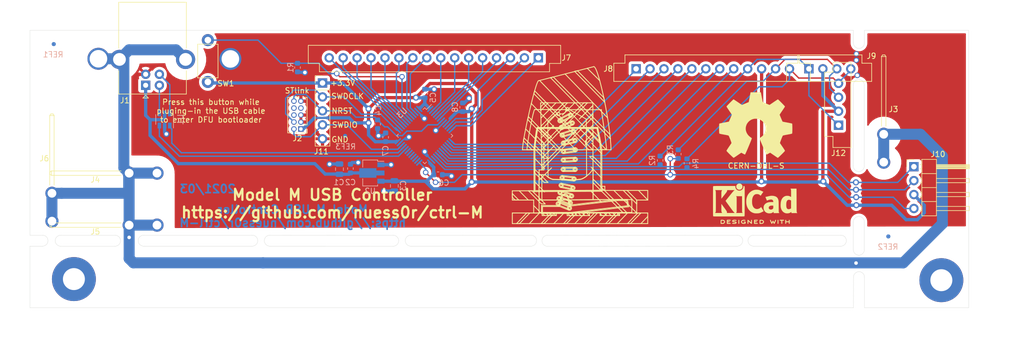
<source format=kicad_pcb>
(kicad_pcb (version 20171130) (host pcbnew 5.1.9+dfsg1-1)
  (title_block (title "Model M Controller based on STM32F072") (date 2021-03-27) (rev 1.0) (company nuess0r) (comment 1 "Licensed under CERN-OHL-S"))
  (layers (0 F.Cu signal) (31 B.Cu signal) (34 B.Paste user) (35 F.Paste user) (36 B.SilkS user) (37 F.SilkS user) (38 B.Mask user) (39 F.Mask user) (44 Edge.Cuts user))
  (net 0 "")
  (net 1 GND)
  (net 2 VBUS)
  (net 3 +3V3)
  (net 4 /NRST)
  (net 5 Earth)
  (net 6 "Net-(J1-Pad2)")
  (net 7 "Net-(J1-Pad3)")
  (net 8 /SWDIO)
  (net 9 /SWDCLK)
  (net 10 "Net-(J2-Pad6)")
  (net 11 "Net-(J2-Pad7)")
  (net 12 "Net-(J2-Pad8)")
  (net 13 /R15)
  (net 14 /R14)
  (net 15 /R13)
  (net 16 /R12)
  (net 17 /R11)
  (net 18 /R10)
  (net 19 /R9)
  (net 20 /R8)
  (net 21 /R7)
  (net 22 /R6)
  (net 23 /R5)
  (net 24 /R4)
  (net 25 /R3)
  (net 26 /R2)
  (net 27 /R1)
  (net 28 /R0)
  (net 29 /C0)
  (net 30 /C1)
  (net 31 /C2)
  (net 32 /C3)
  (net 33 /C4)
  (net 34 /C5)
  (net 35 /C6)
  (net 36 /C7)
  (net 37 /ScrollLock)
  (net 38 /CapsLock)
  (net 39 /NumLock)
  (net 40 "Net-(R1-Pad2)")
  (net 41 /D-)
  (net 42 /D+)
  (net 43 "Net-(U3-Pad26)")
  (net 44 "Net-(U3-Pad27)")
  (net 45 "Net-(U3-Pad28)")
  (net 46 "Net-(U3-Pad29)")
  (net 47 "Net-(U3-Pad30)")
  (net 48 "Net-(U3-Pad31)")
  (net 49 "Net-(J12-Pad4)")
  (net 50 "Net-(J12-Pad1)")
  (net 51 "Net-(J12-Pad3)")
  (module Fiducial:Fiducial_0.75mm_Mask1.5mm (layer B.Cu) (at 117.4 94.219)
    (fp_text reference REF3 (at 0.09 1.96) (layer B.SilkS) (effects (justify mirror)))
    (fp_text value Fiducial_0.75mm_Mask1.5mm)
    (pad "" smd circle (at 0 0) (size 0.75 0.75) (layers B.Cu B.Mask) (clearance 0.375))
  )
  (module Fiducial:Fiducial_0.75mm_Mask1.5mm (layer B.Cu) (at 216.34 112.529)
    (fp_text reference REF2 (at -0.07 1.89) (layer B.SilkS) (effects (justify mirror)))
    (fp_text value Fiducial_0.75mm_Mask1.5mm)
    (pad "" smd circle (at 0 0) (size 0.75 0.75) (layers B.Cu B.Mask) (clearance 0.375))
  )
  (module Fiducial:Fiducial_0.75mm_Mask1.5mm (layer B.Cu) (at 64.33 77.499)
    (fp_text reference REF1 (at -0.12 1.91) (layer B.SilkS) (effects (justify mirror)))
    (fp_text value Fiducial_0.75mm_Mask1.5mm)
    (pad "" smd circle (at 0 0) (size 0.75 0.75) (layers B.Cu B.Mask) (clearance 0.375))
  )
  (module MountingHole:MountingHole_3.2mm_M3_Pad (layer F.Cu) (at 72.47 80.169)
    (fp_text reference H1 hide)
    (fp_text value MountingHole_Pad)
    (pad 1 thru_hole circle (at 0 0) (size 4 4) (drill 3.2) (layers *.Cu *.Mask) (net 5 Earth))
  )
  (module Button_Switch_THT_narrow:SW_SPST_UK_B0205-G4.3-B-250 (layer F.Cu) (at 92.4 80.579 270)
    (fp_text reference SW1 (at 4.09 -3.27 180) (layer F.SilkS))
    (fp_text value SW_Push)
    (pad 2 thru_hole circle (at 3.81 0 270) (size 2.2 2.2) (drill 1.2) (layers *.Cu *.Mask) (net 3 +3V3))
    (pad 1 thru_hole circle (at -3.81 0 270) (size 2.2 2.2) (drill 1.2) (layers *.Cu *.Mask) (net 40 "Net-(R1-Pad2)"))
  )
  (module Symbol:OSHW-Symbol_13.4x12mm_SilkScreen (layer F.Cu) (at 192.17 92.269)
    (fp_text reference REF** hide)
    (fp_text value OSHW-Symbol_13.4x12mm_SilkScreen hide)
  )
  (module Symbol:KiCad-Logo2_6mm_SilkScreen (layer F.Cu) (at 192.07 105.869)
    (fp_text reference REF** hide)
    (fp_text value KiCad-Logo2_6mm_SilkScreen hide)
  )
  (module Connector_PinHeader_2.54mm:PinHeader_1x05_P2.54mm_Vertical (layer F.Cu) (at 113.284 84.582)
    (fp_text reference J11 (at -0.214 12.487) (layer F.SilkS))
    (fp_text value Conn_01x05)
    (pad 1 thru_hole rect (at 0 0) (size 1.7 1.7) (drill 1) (layers *.Cu *.Mask) (net 3 +3V3))
    (pad 2 thru_hole oval (at 0 2.54) (size 1.7 1.7) (drill 1) (layers *.Cu *.Mask) (net 9 /SWDCLK))
    (pad 3 thru_hole oval (at 0 5.08) (size 1.7 1.7) (drill 1) (layers *.Cu *.Mask) (net 4 /NRST))
    (pad 4 thru_hole oval (at 0 7.62) (size 1.7 1.7) (drill 1) (layers *.Cu *.Mask) (net 8 /SWDIO))
    (pad 5 thru_hole oval (at 0 10.16) (size 1.7 1.7) (drill 1) (layers *.Cu *.Mask) (net 1 GND))
  )
  (module Resistor_SMD:R_0603_1608Metric (layer B.Cu) (at 108.728 81.7705 90)
    (fp_text reference R1 (at 0 -1.258 90) (layer B.SilkS) (effects (justify mirror)))
    (fp_text value 1k)
    (pad 2 smd roundrect (at 0.7875 0 90) (size 0.875 0.95) (layers B.Cu B.Paste B.Mask) (net 40 "Net-(R1-Pad2)"))
    (pad 1 smd roundrect (at -0.7875 0 90) (size 0.875 0.95) (layers B.Cu B.Paste B.Mask) (net 1 GND))
  )
  (module Capacitor_SMD:C_0805_2012Metric (layer B.Cu) (at 116.37 100.269 90)
    (fp_text reference C1 (at -2.4 -0.1 180) (layer B.SilkS) (effects (justify mirror)))
    (fp_text value 4.7u)
    (pad 2 smd roundrect (at 0.9375 0 90) (size 0.975 1.4) (layers B.Cu B.Paste B.Mask) (net 1 GND))
    (pad 1 smd roundrect (at -0.9375 0 90) (size 0.975 1.4) (layers B.Cu B.Paste B.Mask) (net 2 VBUS))
  )
  (module Capacitor_SMD:C_0603_1608Metric (layer B.Cu) (at 118.37 100.169 90)
    (fp_text reference C2 (at -2.5 0) (layer B.SilkS) (effects (justify mirror)))
    (fp_text value 100n)
    (pad 1 smd roundrect (at -0.7875 0 90) (size 0.875 0.95) (layers B.Cu B.Paste B.Mask) (net 2 VBUS))
    (pad 2 smd roundrect (at 0.7875 0 90) (size 0.875 0.95) (layers B.Cu B.Paste B.Mask) (net 1 GND))
  )
  (module Capacitor_SMD:C_0805_2012Metric (layer B.Cu) (at 126.365 103.3295 270)
    (fp_text reference C3 (at -0.0505 -1.625 90) (layer B.SilkS) (effects (justify mirror)))
    (fp_text value 4.7u)
    (pad 1 smd roundrect (at -0.9375 0 270) (size 0.975 1.4) (layers B.Cu B.Paste B.Mask) (net 3 +3V3))
    (pad 2 smd roundrect (at 0.9375 0 270) (size 0.975 1.4) (layers B.Cu B.Paste B.Mask) (net 1 GND))
  )
  (module Capacitor_SMD:C_0603_1608Metric (layer B.Cu) (at 123.32 92.0915 270)
    (fp_text reference C4 (at -2.5225 -0.13 90) (layer B.SilkS) (effects (justify mirror)))
    (fp_text value 100n)
    (pad 2 smd roundrect (at 0.7875 0 270) (size 0.875 0.95) (layers B.Cu B.Paste B.Mask) (net 1 GND))
    (pad 1 smd roundrect (at -0.7875 0 270) (size 0.875 0.95) (layers B.Cu B.Paste B.Mask) (net 4 /NRST))
  )
  (module Capacitor_SMD:C_0603_1608Metric (layer B.Cu) (at 131.924 86.5015 90)
    (fp_text reference C5 (at -0.7275 1.496 90) (layer B.SilkS) (effects (justify mirror)))
    (fp_text value 100n)
    (pad 1 smd roundrect (at -0.7875 0 90) (size 0.875 0.95) (layers B.Cu B.Paste B.Mask) (net 3 +3V3))
    (pad 2 smd roundrect (at 0.7875 0 90) (size 0.875 0.95) (layers B.Cu B.Paste B.Mask) (net 1 GND))
  )
  (module Capacitor_SMD:C_0603_1608Metric (layer B.Cu) (at 134.324 101.289)
    (fp_text reference C6 (at 1.066 1.47) (layer B.SilkS) (effects (justify mirror)))
    (fp_text value 100n)
    (pad 2 smd roundrect (at 0.7875 0) (size 0.875 0.95) (layers B.Cu B.Paste B.Mask) (net 1 GND))
    (pad 1 smd roundrect (at -0.7875 0) (size 0.875 0.95) (layers B.Cu B.Paste B.Mask) (net 3 +3V3))
  )
  (module Capacitor_SMD:C_0603_1608Metric (layer B.Cu) (at 124.7775 94.4625 90)
    (fp_text reference C7 (at -2.4665 -0.0075 90) (layer B.SilkS) (effects (justify mirror)))
    (fp_text value 100n)
    (pad 1 smd roundrect (at -0.7875 0 90) (size 0.875 0.95) (layers B.Cu B.Paste B.Mask) (net 3 +3V3))
    (pad 2 smd roundrect (at 0.7875 0 90) (size 0.875 0.95) (layers B.Cu B.Paste B.Mask) (net 1 GND))
  )
  (module Connector_USB:USB_B_OST_USB-B1HSxx_Horizontal (layer F.Cu) (at 81.07 85 90)
    (fp_text reference J1 (at -2.757 -3.8 180) (layer F.SilkS))
    (fp_text value USB_B)
    (pad 1 thru_hole rect (at 0 0 90) (size 1.7 1.7) (drill 0.92) (layers *.Cu *.Mask) (net 2 VBUS))
    (pad 2 thru_hole circle (at 0 2.5 90) (size 1.7 1.7) (drill 0.92) (layers *.Cu *.Mask) (net 6 "Net-(J1-Pad2)"))
    (pad 3 thru_hole circle (at 2 2.5 90) (size 1.7 1.7) (drill 0.92) (layers *.Cu *.Mask) (net 7 "Net-(J1-Pad3)"))
    (pad 4 thru_hole circle (at 2 0 90) (size 1.7 1.7) (drill 0.92) (layers *.Cu *.Mask) (net 1 GND))
    (pad 5 thru_hole circle (at 4.71 -4.77 90) (size 3.5 3.5) (drill 2.33) (layers *.Cu *.Mask) (net 5 Earth))
    (pad 5 thru_hole circle (at 4.71 7.27 90) (size 3.5 3.5) (drill 2.33) (layers *.Cu *.Mask) (net 5 Earth))
  )
  (module Connector_PinHeader_1.27mm:PinHeader_2x05_P1.27mm_Vertical (layer F.Cu) (at 109.347 92.964 180)
    (fp_text reference J2 (at 0.635 -1.695) (layer F.SilkS))
    (fp_text value Conn_ARM_JTAG_SWD_10)
    (pad 1 thru_hole rect (at 0 0 180) (size 1 1) (drill 0.65) (layers *.Cu *.Mask) (net 3 +3V3))
    (pad 2 thru_hole oval (at 1.27 0 180) (size 1 1) (drill 0.65) (layers *.Cu *.Mask) (net 8 /SWDIO))
    (pad 3 thru_hole oval (at 0 1.27 180) (size 1 1) (drill 0.65) (layers *.Cu *.Mask) (net 1 GND))
    (pad 4 thru_hole oval (at 1.27 1.27 180) (size 1 1) (drill 0.65) (layers *.Cu *.Mask) (net 9 /SWDCLK))
    (pad 5 thru_hole oval (at 0 2.54 180) (size 1 1) (drill 0.65) (layers *.Cu *.Mask) (net 1 GND))
    (pad 6 thru_hole oval (at 1.27 2.54 180) (size 1 1) (drill 0.65) (layers *.Cu *.Mask) (net 10 "Net-(J2-Pad6)"))
    (pad 7 thru_hole oval (at 0 3.81 180) (size 1 1) (drill 0.65) (layers *.Cu *.Mask) (net 11 "Net-(J2-Pad7)"))
    (pad 8 thru_hole oval (at 1.27 3.81 180) (size 1 1) (drill 0.65) (layers *.Cu *.Mask) (net 12 "Net-(J2-Pad8)"))
    (pad 9 thru_hole oval (at 0 5.08 180) (size 1 1) (drill 0.65) (layers *.Cu *.Mask) (net 1 GND))
    (pad 10 thru_hole oval (at 1.27 5.08 180) (size 1 1) (drill 0.65) (layers *.Cu *.Mask) (net 4 /NRST))
  )
  (module Resistor_SMD:R_0603_1608Metric (layer B.Cu) (at 174.7745 98.679 270)
    (fp_text reference R2 (at 0 1.43 90) (layer B.SilkS) (effects (justify mirror)))
    (fp_text value 120)
    (pad 1 smd roundrect (at -0.7875 0 270) (size 0.875 0.95) (layers B.Cu B.Paste B.Mask) (net 50 "Net-(J12-Pad1)"))
    (pad 2 smd roundrect (at 0.7875 0 270) (size 0.875 0.95) (layers B.Cu B.Paste B.Mask) (net 39 /NumLock))
  )
  (module Resistor_SMD:R_0603_1608Metric (layer B.Cu) (at 178.0765 97.536 270)
    (fp_text reference R3 (at -0.747 1.4565 90) (layer B.SilkS) (effects (justify mirror)))
    (fp_text value 120)
    (pad 2 smd roundrect (at 0.7875 0 270) (size 0.875 0.95) (layers B.Cu B.Paste B.Mask) (net 38 /CapsLock))
    (pad 1 smd roundrect (at -0.7875 0 270) (size 0.875 0.95) (layers B.Cu B.Paste B.Mask) (net 51 "Net-(J12-Pad3)"))
  )
  (module Resistor_SMD:R_0603_1608Metric (layer B.Cu) (at 179.664 99.187 270)
    (fp_text reference R4 (at 0.082 -1.606 90) (layer B.SilkS) (effects (justify mirror)))
    (fp_text value 120)
    (pad 1 smd roundrect (at -0.7875 0 270) (size 0.875 0.95) (layers B.Cu B.Paste B.Mask) (net 49 "Net-(J12-Pad4)"))
    (pad 2 smd roundrect (at 0.7875 0 270) (size 0.875 0.95) (layers B.Cu B.Paste B.Mask) (net 37 /ScrollLock))
  )
  (module Package_TO_SOT_SMD:SOT-23-6 (layer B.Cu) (at 84.521 91.229 90)
    (fp_text reference U1 (at 0 2.9 90) (layer B.SilkS) (effects (justify mirror)))
    (fp_text value USBLC6-2SC6)
    (pad 1 smd rect (at -1.1 0.95 90) (size 1.06 0.65) (layers B.Cu B.Paste B.Mask) (net 42 /D+))
    (pad 2 smd rect (at -1.1 0 90) (size 1.06 0.65) (layers B.Cu B.Paste B.Mask) (net 1 GND))
    (pad 3 smd rect (at -1.1 -0.95 90) (size 1.06 0.65) (layers B.Cu B.Paste B.Mask) (net 41 /D-))
    (pad 4 smd rect (at 1.1 -0.95 90) (size 1.06 0.65) (layers B.Cu B.Paste B.Mask) (net 6 "Net-(J1-Pad2)"))
    (pad 6 smd rect (at 1.1 0.95 90) (size 1.06 0.65) (layers B.Cu B.Paste B.Mask) (net 7 "Net-(J1-Pad3)"))
    (pad 5 smd rect (at 1.1 0 90) (size 1.06 0.65) (layers B.Cu B.Paste B.Mask) (net 2 VBUS))
  )
  (module Package_QFP:LQFP-48_7x7mm_P0.5mm (layer B.Cu) (at 131.904 94.189 225)
    (fp_text reference U3 (at 0 5.85 45) (layer B.SilkS) (effects (justify mirror)))
    (fp_text value STM32F072CBT6)
    (pad 1 smd roundrect (at -4.1625 2.75 225) (size 1.475 0.3) (layers B.Cu B.Paste B.Mask) (net 3 +3V3))
    (pad 2 smd roundrect (at -4.1625 2.25 225) (size 1.475 0.3) (layers B.Cu B.Paste B.Mask) (net 20 /R8))
    (pad 3 smd roundrect (at -4.1625 1.75 225) (size 1.475 0.3) (layers B.Cu B.Paste B.Mask) (net 19 /R9))
    (pad 4 smd roundrect (at -4.1625 1.25 225) (size 1.475 0.3) (layers B.Cu B.Paste B.Mask) (net 18 /R10))
    (pad 5 smd roundrect (at -4.1625 0.75 225) (size 1.475 0.3) (layers B.Cu B.Paste B.Mask) (net 17 /R11))
    (pad 6 smd roundrect (at -4.1625 0.25 225) (size 1.475 0.3) (layers B.Cu B.Paste B.Mask) (net 16 /R12))
    (pad 7 smd roundrect (at -4.1625 -0.25 225) (size 1.475 0.3) (layers B.Cu B.Paste B.Mask) (net 4 /NRST))
    (pad 8 smd roundrect (at -4.1625 -0.75 225) (size 1.475 0.3) (layers B.Cu B.Paste B.Mask) (net 1 GND))
    (pad 9 smd roundrect (at -4.1625 -1.25 225) (size 1.475 0.3) (layers B.Cu B.Paste B.Mask) (net 3 +3V3))
    (pad 10 smd roundrect (at -4.1625 -1.75 225) (size 1.475 0.3) (layers B.Cu B.Paste B.Mask) (net 15 /R13))
    (pad 11 smd roundrect (at -4.1625 -2.25 225) (size 1.475 0.3) (layers B.Cu B.Paste B.Mask) (net 14 /R14))
    (pad 12 smd roundrect (at -4.1625 -2.75 225) (size 1.475 0.3) (layers B.Cu B.Paste B.Mask) (net 13 /R15))
    (pad 13 smd roundrect (at -2.75 -4.1625 225) (size 0.3 1.475) (layers B.Cu B.Paste B.Mask) (net 29 /C0))
    (pad 14 smd roundrect (at -2.25 -4.1625 225) (size 0.3 1.475) (layers B.Cu B.Paste B.Mask) (net 30 /C1))
    (pad 15 smd roundrect (at -1.75 -4.1625 225) (size 0.3 1.475) (layers B.Cu B.Paste B.Mask) (net 31 /C2))
    (pad 16 smd roundrect (at -1.25 -4.1625 225) (size 0.3 1.475) (layers B.Cu B.Paste B.Mask) (net 32 /C3))
    (pad 17 smd roundrect (at -0.75 -4.1625 225) (size 0.3 1.475) (layers B.Cu B.Paste B.Mask) (net 33 /C4))
    (pad 18 smd roundrect (at -0.25 -4.1625 225) (size 0.3 1.475) (layers B.Cu B.Paste B.Mask) (net 34 /C5))
    (pad 19 smd roundrect (at 0.25 -4.1625 225) (size 0.3 1.475) (layers B.Cu B.Paste B.Mask) (net 35 /C6))
    (pad 20 smd roundrect (at 0.75 -4.1625 225) (size 0.3 1.475) (layers B.Cu B.Paste B.Mask) (net 36 /C7))
    (pad 21 smd roundrect (at 1.25 -4.1625 225) (size 0.3 1.475) (layers B.Cu B.Paste B.Mask) (net 39 /NumLock))
    (pad 22 smd roundrect (at 1.75 -4.1625 225) (size 0.3 1.475) (layers B.Cu B.Paste B.Mask) (net 37 /ScrollLock))
    (pad 23 smd roundrect (at 2.25 -4.1625 225) (size 0.3 1.475) (layers B.Cu B.Paste B.Mask) (net 1 GND))
    (pad 24 smd roundrect (at 2.75 -4.1625 225) (size 0.3 1.475) (layers B.Cu B.Paste B.Mask) (net 3 +3V3))
    (pad 25 smd roundrect (at 4.1625 -2.75 225) (size 1.475 0.3) (layers B.Cu B.Paste B.Mask) (net 38 /CapsLock))
    (pad 26 smd roundrect (at 4.1625 -2.25 225) (size 1.475 0.3) (layers B.Cu B.Paste B.Mask) (net 43 "Net-(U3-Pad26)"))
    (pad 27 smd roundrect (at 4.1625 -1.75 225) (size 1.475 0.3) (layers B.Cu B.Paste B.Mask) (net 44 "Net-(U3-Pad27)"))
    (pad 28 smd roundrect (at 4.1625 -1.25 225) (size 1.475 0.3) (layers B.Cu B.Paste B.Mask) (net 45 "Net-(U3-Pad28)"))
    (pad 29 smd roundrect (at 4.1625 -0.75 225) (size 1.475 0.3) (layers B.Cu B.Paste B.Mask) (net 46 "Net-(U3-Pad29)"))
    (pad 30 smd roundrect (at 4.1625 -0.25 225) (size 1.475 0.3) (layers B.Cu B.Paste B.Mask) (net 47 "Net-(U3-Pad30)"))
    (pad 31 smd roundrect (at 4.1625 0.25 225) (size 1.475 0.3) (layers B.Cu B.Paste B.Mask) (net 48 "Net-(U3-Pad31)"))
    (pad 32 smd roundrect (at 4.1625 0.75 225) (size 1.475 0.3) (layers B.Cu B.Paste B.Mask) (net 41 /D-))
    (pad 33 smd roundrect (at 4.1625 1.25 225) (size 1.475 0.3) (layers B.Cu B.Paste B.Mask) (net 42 /D+))
    (pad 34 smd roundrect (at 4.1625 1.75 225) (size 1.475 0.3) (layers B.Cu B.Paste B.Mask) (net 8 /SWDIO))
    (pad 35 smd roundrect (at 4.1625 2.25 225) (size 1.475 0.3) (layers B.Cu B.Paste B.Mask) (net 1 GND))
    (pad 36 smd roundrect (at 4.1625 2.75 225) (size 1.475 0.3) (layers B.Cu B.Paste B.Mask) (net 3 +3V3))
    (pad 37 smd roundrect (at 2.75 4.1625 225) (size 0.3 1.475) (layers B.Cu B.Paste B.Mask) (net 9 /SWDCLK))
    (pad 38 smd roundrect (at 2.25 4.1625 225) (size 0.3 1.475) (layers B.Cu B.Paste B.Mask) (net 28 /R0))
    (pad 39 smd roundrect (at 1.75 4.1625 225) (size 0.3 1.475) (layers B.Cu B.Paste B.Mask) (net 27 /R1))
    (pad 40 smd roundrect (at 1.25 4.1625 225) (size 0.3 1.475) (layers B.Cu B.Paste B.Mask) (net 26 /R2))
    (pad 41 smd roundrect (at 0.75 4.1625 225) (size 0.3 1.475) (layers B.Cu B.Paste B.Mask) (net 25 /R3))
    (pad 42 smd roundrect (at 0.25 4.1625 225) (size 0.3 1.475) (layers B.Cu B.Paste B.Mask) (net 24 /R4))
    (pad 43 smd roundrect (at -0.25 4.1625 225) (size 0.3 1.475) (layers B.Cu B.Paste B.Mask) (net 23 /R5))
    (pad 44 smd roundrect (at -0.75 4.1625 225) (size 0.3 1.475) (layers B.Cu B.Paste B.Mask) (net 40 "Net-(R1-Pad2)"))
    (pad 45 smd roundrect (at -1.25 4.1625 225) (size 0.3 1.475) (layers B.Cu B.Paste B.Mask) (net 22 /R6))
    (pad 46 smd roundrect (at -1.75 4.1625 225) (size 0.3 1.475) (layers B.Cu B.Paste B.Mask) (net 21 /R7))
    (pad 47 smd roundrect (at -2.25 4.1625 225) (size 0.3 1.475) (layers B.Cu B.Paste B.Mask) (net 1 GND))
    (pad 48 smd roundrect (at -2.75 4.1625 225) (size 0.3 1.475) (layers B.Cu B.Paste B.Mask) (net 3 +3V3))
  )
  (module Connector_Blade:Blade_6.3mm_Horizontal (layer F.Cu) (at 78 101)
    (fp_text reference J4 (at -6.1 1.2) (layer F.SilkS))
    (fp_text value Conn_01x01)
    (pad 1 thru_hole circle (at 0.06 0) (size 2.4 2.4) (drill 1.6) (layers *.Cu *.Mask) (net 5 Earth))
    (pad 1 thru_hole circle (at 5.14 0) (size 2.4 2.4) (drill 1.6) (layers *.Cu *.Mask) (net 5 Earth))
  )
  (module Connector_Blade:Blade_6.3mm_Horizontal (layer F.Cu) (at 78 110.469)
    (fp_text reference J5 (at -6.1 1.2) (layer F.SilkS))
    (fp_text value Conn_01x01)
    (pad 1 thru_hole circle (at 5.14 0) (size 2.4 2.4) (drill 1.6) (layers *.Cu *.Mask) (net 5 Earth))
    (pad 1 thru_hole circle (at 0.06 0) (size 2.4 2.4) (drill 1.6) (layers *.Cu *.Mask) (net 5 Earth))
  )
  (module Connector_Blade:Blade_6.3mm_Horizontal (layer F.Cu) (at 64 104.609 270)
    (fp_text reference J6 (at -6.284 1.389 180) (layer F.SilkS))
    (fp_text value Conn_01x01)
    (pad 1 thru_hole circle (at 0.06 0 270) (size 2.4 2.4) (drill 1.6) (layers *.Cu *.Mask) (net 5 Earth))
    (pad 1 thru_hole circle (at 5.14 0 270) (size 2.4 2.4) (drill 1.6) (layers *.Cu *.Mask) (net 5 Earth))
  )
  (module Connector_Blade:Blade_6.3mm_Horizontal (layer F.Cu) (at 215.5 93.86 270)
    (fp_text reference J3 (at -4.491 -1.77 180) (layer F.SilkS))
    (fp_text value Conn_01x01)
    (pad 1 thru_hole circle (at 0.06 0 270) (size 2.4 2.4) (drill 1.6) (layers *.Cu *.Mask) (net 5 Earth))
    (pad 1 thru_hole circle (at 5.14 0 270) (size 2.4 2.4) (drill 1.6) (layers *.Cu *.Mask) (net 5 Earth))
  )
  (module Connector_FPC_2.54mm:TE_6-520315-6_1x16_P2.54mm_Vertical (layer F.Cu) (at 152.6 80 270)
    (fp_text reference J7 (at 0 -5.08 180) (layer F.SilkS))
    (fp_text value Conn_01x16)
    (pad 1 thru_hole rect (at 0 0 270) (size 1.7 1.7) (drill 1) (layers *.Cu *.Mask) (net 13 /R15))
    (pad 2 thru_hole oval (at 0 2.54 270) (size 1.7 1.7) (drill 1) (layers *.Cu *.Mask) (net 14 /R14))
    (pad 3 thru_hole oval (at 0 5.08 270) (size 1.7 1.7) (drill 1) (layers *.Cu *.Mask) (net 15 /R13))
    (pad 4 thru_hole oval (at 0 7.62 270) (size 1.7 1.7) (drill 1) (layers *.Cu *.Mask) (net 16 /R12))
    (pad 6 thru_hole oval (at 0 12.7 270) (size 1.7 1.7) (drill 1) (layers *.Cu *.Mask) (net 18 /R10))
    (pad 5 thru_hole oval (at 0 10.16) (size 1.7 1.7) (drill 1) (layers *.Cu *.Mask) (net 17 /R11))
    (pad 8 thru_hole oval (at 0 17.78 270) (size 1.7 1.7) (drill 1) (layers *.Cu *.Mask) (net 20 /R8))
    (pad 7 thru_hole oval (at 0 15.24 270) (size 1.7 1.7) (drill 1) (layers *.Cu *.Mask) (net 19 /R9))
    (pad 16 thru_hole oval (at 0 38.1 270) (size 1.7 1.7) (drill 1) (layers *.Cu *.Mask) (net 28 /R0))
    (pad 9 thru_hole oval (at 0 20.32) (size 1.7 1.7) (drill 1) (layers *.Cu *.Mask) (net 21 /R7))
    (pad 10 thru_hole oval (at 0 22.86 270) (size 1.7 1.7) (drill 1) (layers *.Cu *.Mask) (net 22 /R6))
    (pad 11 thru_hole oval (at 0 25.4 270) (size 1.7 1.7) (drill 1) (layers *.Cu *.Mask) (net 23 /R5))
    (pad 12 thru_hole oval (at 0 27.94) (size 1.7 1.7) (drill 1) (layers *.Cu *.Mask) (net 24 /R4))
    (pad 13 thru_hole oval (at 0 30.48 270) (size 1.7 1.7) (drill 1) (layers *.Cu *.Mask) (net 25 /R3))
    (pad 14 thru_hole oval (at 0 33.02 270) (size 1.7 1.7) (drill 1) (layers *.Cu *.Mask) (net 26 /R2))
    (pad 15 thru_hole oval (at 0 35.56 270) (size 1.7 1.7) (drill 1) (layers *.Cu *.Mask) (net 27 /R1))
  )
  (module Connector_FPC_2.54mm:TE_6-520315-2_1x12_P2.54mm_Vertical (layer F.Cu) (at 170.4 82 90)
    (fp_text reference J8 (at 0 -5.08 180) (layer F.SilkS))
    (fp_text value Conn_01x12)
    (pad 1 thru_hole rect (at 0 0 90) (size 1.7 1.7) (drill 1) (layers *.Cu *.Mask) (net 29 /C0))
    (pad 2 thru_hole oval (at 0 2.54 90) (size 1.7 1.7) (drill 1) (layers *.Cu *.Mask) (net 30 /C1))
    (pad 3 thru_hole oval (at 0 5.08 90) (size 1.7 1.7) (drill 1) (layers *.Cu *.Mask) (net 31 /C2))
    (pad 4 thru_hole oval (at 0 7.62 90) (size 1.7 1.7) (drill 1) (layers *.Cu *.Mask) (net 32 /C3))
    (pad 6 thru_hole oval (at 0 12.7 90) (size 1.7 1.7) (drill 1) (layers *.Cu *.Mask) (net 34 /C5))
    (pad 5 thru_hole oval (at 0 10.16 180) (size 1.7 1.7) (drill 1) (layers *.Cu *.Mask) (net 33 /C4))
    (pad 8 thru_hole oval (at 0 17.78 90) (size 1.7 1.7) (drill 1) (layers *.Cu *.Mask) (net 36 /C7))
    (pad 7 thru_hole oval (at 0 15.24 90) (size 1.7 1.7) (drill 1) (layers *.Cu *.Mask) (net 35 /C6))
    (pad 12 thru_hole oval (at 0 27.94 90) (size 1.7 1.7) (drill 1) (layers *.Cu *.Mask) (net 49 "Net-(J12-Pad4)"))
    (pad 9 thru_hole oval (at 0 20.32 180) (size 1.7 1.7) (drill 1) (layers *.Cu *.Mask) (net 50 "Net-(J12-Pad1)"))
    (pad 10 thru_hole oval (at 0 22.86 90) (size 1.7 1.7) (drill 1) (layers *.Cu *.Mask) (net 3 +3V3))
    (pad 11 thru_hole oval (at 0 25.4 90) (size 1.7 1.7) (drill 1) (layers *.Cu *.Mask) (net 51 "Net-(J12-Pad3)"))
  )
  (module Connector_FPC_2.54mm:TE_5-520315-4_1x04_P2.54mm_Vertical (layer F.Cu) (at 201.88 82 90)
    (fp_text reference J9 (at 2.331 11.39 180) (layer F.SilkS))
    (fp_text value Conn_01x04)
    (pad 1 thru_hole rect (at 0 0 90) (size 1.7 1.7) (drill 1) (layers *.Cu *.Mask) (net 50 "Net-(J12-Pad1)"))
    (pad 2 thru_hole oval (at 0 2.54 90) (size 1.7 1.7) (drill 1) (layers *.Cu *.Mask) (net 3 +3V3))
    (pad 3 thru_hole oval (at 0 5.08 90) (size 1.7 1.7) (drill 1) (layers *.Cu *.Mask) (net 51 "Net-(J12-Pad3)"))
    (pad 4 thru_hole oval (at 0 7.62 90) (size 1.7 1.7) (drill 1) (layers *.Cu *.Mask) (net 49 "Net-(J12-Pad4)"))
  )
  (module Capacitor_SMD:C_0603_1608Metric (layer B.Cu) (at 138.811 89.0015 90)
    (fp_text reference C8 (at 0.0525 -1.391 270) (layer B.SilkS) (effects (justify mirror)))
    (fp_text value 10n)
    (pad 1 smd roundrect (at -0.7875 0 90) (size 0.875 0.95) (layers B.Cu B.Paste B.Mask) (net 3 +3V3))
    (pad 2 smd roundrect (at 0.7875 0 90) (size 0.875 0.95) (layers B.Cu B.Paste B.Mask) (net 1 GND))
  )
  (module Connector_PinHeader_2.54mm:PinHeader_1x04_P2.54mm_Horizontal (layer F.Cu) (at 221 99.822)
    (fp_text reference J10 (at 4.385 -2.27) (layer F.SilkS))
    (fp_text value Conn_01x04)
    (pad 1 thru_hole rect (at 0 0) (size 1.7 1.7) (drill 1) (layers *.Cu *.Mask) (net 39 /NumLock))
    (pad 2 thru_hole oval (at 0 2.54) (size 1.7 1.7) (drill 1) (layers *.Cu *.Mask) (net 37 /ScrollLock))
    (pad 3 thru_hole oval (at 0 5.08) (size 1.7 1.7) (drill 1) (layers *.Cu *.Mask) (net 3 +3V3))
    (pad 4 thru_hole oval (at 0 7.62) (size 1.7 1.7) (drill 1) (layers *.Cu *.Mask) (net 38 /CapsLock))
  )
  (module Connector_FPC_2.54mm:TE_5-520315-4_1x04_P2.54mm_Vertical (layer F.Cu) (at 207.27 92.269 180)
    (fp_text reference J12 (at 0 -5.08) (layer F.SilkS))
    (fp_text value Conn_01x04)
    (pad 1 thru_hole rect (at 0 0 180) (size 1.7 1.7) (drill 1) (layers *.Cu *.Mask) (net 50 "Net-(J12-Pad1)"))
    (pad 2 thru_hole oval (at 0 2.54 180) (size 1.7 1.7) (drill 1) (layers *.Cu *.Mask) (net 3 +3V3))
    (pad 3 thru_hole oval (at 0 5.08 180) (size 1.7 1.7) (drill 1) (layers *.Cu *.Mask) (net 51 "Net-(J12-Pad3)"))
    (pad 4 thru_hole oval (at 0 7.62 180) (size 1.7 1.7) (drill 1) (layers *.Cu *.Mask) (net 49 "Net-(J12-Pad4)"))
  )
  (module MountingHole:MountingHole_4mm_Pad (layer F.Cu) (at 68 120.3)
    (fp_text reference H3 hide)
    (fp_text value MountingHole)
    (pad 1 thru_hole circle (at 0 0) (size 8 8) (drill 4) (layers *.Cu *.Mask))
  )
  (module MountingHole:MountingHole_4mm_Pad (layer F.Cu) (at 226 120.5)
    (fp_text reference H4 hide)
    (fp_text value MountingHole)
    (pad 1 thru_hole circle (at 0 0) (size 8 8) (drill 4) (layers *.Cu *.Mask))
  )
  (module MountingHole:MountingHole_3.2mm_M3_Pad (layer F.Cu) (at 96.5 80.199)
    (fp_text reference H2 hide)
    (fp_text value MountingHole_Pad)
    (pad 1 thru_hole circle (at 0 0) (size 4 4) (drill 3.2) (layers *.Cu *.Mask) (net 1 GND))
  )
  (module Package_TO_SOT_SMD:SOT-89-3 (layer B.Cu) (at 122.27 100.969 180)
    (fp_text reference U2 (at 0.3 -3.3 180) (layer B.SilkS) (effects (justify mirror)))
    (fp_text value XC6206P332PR)
    (pad 1 smd rect (at -1.65 1.5 180) (size 1.3 0.9) (layers B.Cu B.Paste B.Mask) (net 1 GND))
    (pad 3 smd rect (at -1.65 -1.5 180) (size 1.3 0.9) (layers B.Cu B.Paste B.Mask) (net 3 +3V3))
    (pad 2 smd custom (at -1.5625 0 180) (size 1.475 0.9) (layers B.Cu B.Paste B.Mask) (net 2 VBUS) (options (clearance outline) (anchor rect)) (primitives (gr_poly (pts (xy 0.7375 0.8665) (xy 3.8625 0.8665) (xy 3.8625 -0.8665) (xy 0.7375 -0.8665)) (width 0))))
  )
  (gr_text CERN-OHL-S (at 192.27 99.669) (layer F.SilkS) (effects (font (size 1 1))))
  (gr_text " STlink" (at 108.27 85.969) (layer F.SilkS) (effects (font (size 1 1))))
  (gr_arc (start 80.71 113.299) (end 80.71 112.299) (angle -180) (layer Edge.Cuts) (width 0.05))
  (gr_line (start 209.97 114.939) (end 209.97 109.889) (layer Edge.Cuts) (width 0.05))
  (gr_line (start 209.96 99.709) (end 209.96 84.939) (layer Edge.Cuts) (width 0.05))
  (gr_arc (start 210.97 114.939) (end 209.97 114.939) (angle -180) (layer Edge.Cuts) (width 0.05))
  (gr_arc (start 210.96 99.709) (end 209.96 99.709) (angle -180) (layer Edge.Cuts) (width 0.05))
  (gr_arc (start 210.97 109.889) (end 211.97 109.889) (angle -180) (layer Edge.Cuts) (width 0.05))
  (gr_arc (start 210.96 84.939) (end 211.96 84.939) (angle -180) (layer Edge.Cuts) (width 0.05))
  (gr_arc (start 75.49 113.30895) (end 75.49 114.30895) (angle -179.4270613) (layer Edge.Cuts) (width 0.05))
  (gr_arc (start 207.69 113.299) (end 207.69 114.299) (angle -180) (layer Edge.Cuts) (width 0.05))
  (gr_line (start 207.69 114.299) (end 201.22 114.299) (layer Edge.Cuts) (width 0.05))
  (gr_line (start 207.69 112.299) (end 201.22 112.299) (layer Edge.Cuts) (width 0.05))
  (gr_line (start 201.22 114.299) (end 191.78 114.299) (layer Edge.Cuts) (width 0.05))
  (gr_arc (start 191.78 113.299) (end 191.78 112.299) (angle -180) (layer Edge.Cuts) (width 0.05))
  (gr_line (start 201.22 112.299) (end 191.78 112.299) (layer Edge.Cuts) (width 0.05))
  (gr_arc (start 188.81 113.299) (end 188.81 114.299) (angle -180) (layer Edge.Cuts) (width 0.05))
  (gr_line (start 188.81 114.299) (end 176.29 114.299) (layer Edge.Cuts) (width 0.05))
  (gr_line (start 188.81 112.299) (end 179.37 112.299) (layer Edge.Cuts) (width 0.05))
  (gr_line (start 176.29 114.299) (end 163.7 114.319) (layer Edge.Cuts) (width 0.05))
  (gr_line (start 179.37 112.299) (end 166.85 112.299) (layer Edge.Cuts) (width 0.05))
  (gr_line (start 163.7 114.319) (end 154.26 114.319) (layer Edge.Cuts) (width 0.05))
  (gr_arc (start 154.26 113.319) (end 154.26 112.319) (angle -180) (layer Edge.Cuts) (width 0.05))
  (gr_line (start 166.85 112.299) (end 154.26 112.319) (layer Edge.Cuts) (width 0.05))
  (gr_arc (start 151.26 113.299) (end 151.26 114.299) (angle -180) (layer Edge.Cuts) (width 0.05))
  (gr_line (start 151.26 114.299) (end 138.8 114.299) (layer Edge.Cuts) (width 0.05))
  (gr_line (start 151.26 112.299) (end 138.8 112.299) (layer Edge.Cuts) (width 0.05))
  (gr_line (start 138.8 114.299) (end 129.36 114.299) (layer Edge.Cuts) (width 0.05))
  (gr_arc (start 129.36 113.299) (end 129.36 112.299) (angle -180) (layer Edge.Cuts) (width 0.05))
  (gr_line (start 138.8 112.299) (end 129.36 112.299) (layer Edge.Cuts) (width 0.05))
  (gr_arc (start 126.15 113.309) (end 126.15 114.309) (angle -180) (layer Edge.Cuts) (width 0.05))
  (gr_line (start 126.15 114.309) (end 113.13 114.299) (layer Edge.Cuts) (width 0.05))
  (gr_line (start 126.15 112.309) (end 116.71 112.309) (layer Edge.Cuts) (width 0.05))
  (gr_line (start 113.13 114.299) (end 103.69 114.299) (layer Edge.Cuts) (width 0.05))
  (gr_arc (start 103.69 113.299) (end 103.69 112.299) (angle -180) (layer Edge.Cuts) (width 0.05))
  (gr_line (start 116.71 112.309) (end 103.69 112.299) (layer Edge.Cuts) (width 0.05))
  (gr_arc (start 100.48 113.299) (end 100.48 114.299) (angle -180) (layer Edge.Cuts) (width 0.05))
  (gr_line (start 100.48 114.299) (end 80.71 114.299) (layer Edge.Cuts) (width 0.05))
  (gr_line (start 100.48 112.299) (end 80.71 112.299) (layer Edge.Cuts) (width 0.05))
  (gr_line (start 75.5 112.309) (end 65.6 112.309) (layer Edge.Cuts) (width 0.05))
  (gr_arc (start 65.6 113.309) (end 65.6 112.309) (angle -180) (layer Edge.Cuts) (width 0.05))
  (gr_line (start 75.49 114.30895) (end 65.6 114.309) (layer Edge.Cuts) (width 0.05))
  (gr_line (start 211.96 99.709) (end 211.96 84.939) (layer Edge.Cuts) (width 0.05))
  (gr_line (start 211.97 114.939) (end 211.97 109.889) (layer Edge.Cuts) (width 0.05))
  (gr_line (start 60 114.299) (end 60 125.499) (layer Edge.Cuts) (width 0.05))
  (gr_arc (start 62.279 113.299) (end 62.279 114.299) (angle -179.4270613) (layer Edge.Cuts) (width 0.05))
  (gr_line (start 60 114.299) (end 62.279 114.299) (layer Edge.Cuts) (width 0.05))
  (gr_line (start 60 112.299) (end 62.289 112.29905) (layer Edge.Cuts) (width 0.05))
  (gr_line (start 209.99 75) (end 60 75) (layer Edge.Cuts) (width 0.05))
  (gr_line (start 211.99 75) (end 231 75) (layer Edge.Cuts) (width 0.05))
  (gr_line (start 211.99 75) (end 211.98995 77.289) (layer Edge.Cuts) (width 0.05))
  (gr_line (start 209.99 75) (end 209.99 77.279) (layer Edge.Cuts) (width 0.05))
  (gr_line (start 212 119.949) (end 212 125.499) (layer Edge.Cuts) (width 0.05))
  (gr_line (start 209.99 125.499) (end 210 119.949) (layer Edge.Cuts) (width 0.05))
  (gr_line (start 209.99 125.499) (end 60 125.5) (layer Edge.Cuts) (width 0.05))
  (gr_line (start 212 125.499) (end 231 125.5) (layer Edge.Cuts) (width 0.05))
  (gr_arc (start 210.99 77.279) (end 209.99 77.279) (angle -179.4270613) (layer Edge.Cuts) (width 0.05))
  (gr_arc (start 211 119.949) (end 212 119.949) (angle -180) (layer Edge.Cuts) (width 0.05))
  (gr_text "Press this button while\npluging-in the USB cable\nto enter DFU bootloader" (at 92.964 89.662) (layer F.SilkS) (effects (font (size 1 1))))
  (gr_line (start 149.711218 96.740229) (end 165.823509 96.740229) (layer F.SilkS) (width 0.155574))
  (gr_line (start 159.198422 82.460944) (end 164.685312 88.080536) (layer F.SilkS) (width 0.155574))
  (gr_line (start 159.730433 82.357598) (end 159.198422 82.460944) (layer F.SilkS) (width 0.155574))
  (gr_line (start 161.510934 81.903189) (end 163.776957 84.15486) (layer F.SilkS) (width 0.155574))
  (gr_curve (pts (xy 158.652926 105.537045) (xy 158.861673 105.537045) (xy 159.032928 105.365789) (xy 159.032928 105.157042)) (layer F.SilkS) (width 0.155574))
  (gr_line (start 157.959841 102.18804) (end 155.274321 102.118586) (layer F.SilkS) (width 0.155574))
  (gr_line (start 159.291026 102.183502) (end 157.959841 102.18804) (layer F.SilkS) (width 0.155574))
  (gr_line (start 159.291026 102.192762) (end 159.291026 102.183502) (layer F.SilkS) (width 0.155574))
  (gr_line (start 157.128574 96.862458) (end 159.303868 96.556792) (layer F.SilkS) (width 0.155574))
  (gr_line (start 157.102892 96.679058) (end 157.128574 96.862458) (layer F.SilkS) (width 0.155574))
  (gr_line (start 159.278185 96.373392) (end 157.102892 96.679058) (layer F.SilkS) (width 0.155574))
  (gr_curve (pts (xy 156.029085 90.428843) (xy 155.97445 90.374208) (xy 155.943756 90.300106) (xy 155.943756 90.22284)) (layer F.SilkS) (width 0.155574))
  (gr_curve (pts (xy 156.235089 90.514173) (xy 156.157822 90.514173) (xy 156.083721 90.483479) (xy 156.029085 90.428843)) (layer F.SilkS) (width 0.155574))
  (gr_curve (pts (xy 158.949006 98.497862) (xy 158.949006 98.706609) (xy 159.120081 98.877864) (xy 159.328827 98.877864)) (layer F.SilkS) (width 0.155574))
  (gr_curve (pts (xy 159.328827 98.117859) (xy 159.120081 98.117859) (xy 158.949006 98.289116) (xy 158.949006 98.497862)) (layer F.SilkS) (width 0.155574))
  (gr_line (start 157.135085 98.414663) (end 157.135085 98.414663) (layer F.SilkS) (width 0.155574))
  (gr_curve (pts (xy 158.036167 106.420583) (xy 158.036167 106.62933) (xy 158.207424 106.800585) (xy 158.416171 106.800585)) (layer F.SilkS) (width 0.155574))
  (gr_curve (pts (xy 158.416171 106.04058) (xy 158.207424 106.04058) (xy 158.036167 106.211837) (xy 158.036167 106.420583)) (layer F.SilkS) (width 0.155574))
  (gr_curve (pts (xy 158.478389 90.060393) (xy 158.269642 90.060393) (xy 158.098386 90.231468) (xy 158.098387 90.440215)) (layer F.SilkS) (width 0.155574))
  (gr_line (start 156.527551 91.255566) (end 156.527551 91.255566) (layer F.SilkS) (width 0.155574))
  (gr_line (start 159.328827 98.117859) (end 159.328827 98.117859) (layer F.SilkS) (width 0.155574))
  (gr_curve (pts (xy 159.70883 98.497862) (xy 159.70883 98.289116) (xy 159.537574 98.117859) (xy 159.328827 98.117859)) (layer F.SilkS) (width 0.155574))
  (gr_curve (pts (xy 159.328827 98.877864) (xy 159.537574 98.877864) (xy 159.70883 98.706609) (xy 159.70883 98.497862)) (layer F.SilkS) (width 0.155574))
  (gr_curve (pts (xy 156.029085 90.016837) (xy 156.083721 89.962201) (xy 156.157822 89.931507) (xy 156.235089 89.931507)) (layer F.SilkS) (width 0.155574))
  (gr_curve (pts (xy 155.943756 90.22284) (xy 155.943756 90.145574) (xy 155.97445 90.071472) (xy 156.029085 90.016837)) (layer F.SilkS) (width 0.155574))
  (gr_line (start 165.713403 94.754518) (end 165.630059 93.955344) (layer F.SilkS) (width 0.155574))
  (gr_line (start 154.820375 83.617663) (end 165.713403 94.754518) (layer F.SilkS) (width 0.155574))
  (gr_line (start 155.32942 83.480609) (end 154.820375 83.617663) (layer F.SilkS) (width 0.155574))
  (gr_curve (pts (xy 157.135085 98.414663) (xy 157.243738 98.414663) (xy 157.32988 98.500624) (xy 157.32988 98.609276)) (layer F.SilkS) (width 0.155574))
  (gr_line (start 157.135085 98.229455) (end 157.135085 98.229455) (layer F.SilkS) (width 0.155574))
  (gr_line (start 156.758158 92.512233) (end 156.758158 92.512233) (layer F.SilkS) (width 0.155574))
  (gr_curve (pts (xy 158.84772 105.157042) (xy 158.84772 105.265695) (xy 158.761579 105.351837) (xy 158.652926 105.351837)) (layer F.SilkS) (width 0.155574))
  (gr_line (start 159.330998 96.554803) (end 159.330998 96.554803) (layer F.SilkS) (width 0.155574))
  (gr_curve (pts (xy 159.136204 96.749416) (xy 159.136204 96.640764) (xy 159.222345 96.554803) (xy 159.330998 96.554803)) (layer F.SilkS) (width 0.155574))
  (gr_curve (pts (xy 159.330998 96.94421) (xy 159.222345 96.944211) (xy 159.136204 96.858069) (xy 159.136204 96.749416)) (layer F.SilkS) (width 0.155574))
  (gr_curve (pts (xy 158.588176 91.855141) (xy 158.588176 91.746489) (xy 158.674317 91.660347) (xy 158.782969 91.660347)) (layer F.SilkS) (width 0.155574))
  (gr_curve (pts (xy 158.402967 91.855141) (xy 158.402967 92.063888) (xy 158.574223 92.235144) (xy 158.782969 92.235144)) (layer F.SilkS) (width 0.155574))
  (gr_curve (pts (xy 158.782969 91.475138) (xy 158.574223 91.475138) (xy 158.402967 91.646395) (xy 158.402967 91.855141)) (layer F.SilkS) (width 0.155574))
  (gr_curve (pts (xy 156.563363 92.707027) (xy 156.563363 92.598375) (xy 156.649505 92.512233) (xy 156.758158 92.512233)) (layer F.SilkS) (width 0.155574))
  (gr_curve (pts (xy 159.330998 96.369595) (xy 159.122251 96.369595) (xy 158.950996 96.54067) (xy 158.950996 96.749416)) (layer F.SilkS) (width 0.155574))
  (gr_line (start 157.155705 96.86065) (end 157.155705 96.86065) (layer F.SilkS) (width 0.155574))
  (gr_curve (pts (xy 156.961091 97.055444) (xy 156.961091 96.946792) (xy 157.047052 96.86065) (xy 157.155705 96.86065)) (layer F.SilkS) (width 0.155574))
  (gr_line (start 157.114105 99.936482) (end 157.114105 100.12169) (layer F.SilkS) (width 0.155574))
  (gr_line (start 159.310741 100.12169) (end 159.310741 100.12169) (layer F.SilkS) (width 0.155574))
  (gr_line (start 157.114105 100.12169) (end 157.114105 100.12169) (layer F.SilkS) (width 0.155574))
  (gr_curve (pts (xy 156.940292 98.609276) (xy 156.940292 98.500624) (xy 157.026433 98.414663) (xy 157.135085 98.414663)) (layer F.SilkS) (width 0.155574))
  (gr_curve (pts (xy 157.135085 98.804071) (xy 157.026433 98.804071) (xy 156.940292 98.717929) (xy 156.940292 98.609276)) (layer F.SilkS) (width 0.155574))
  (gr_curve (pts (xy 157.32988 98.609276) (xy 157.32988 98.717929) (xy 157.243738 98.804071) (xy 157.135085 98.804071)) (layer F.SilkS) (width 0.155574))
  (gr_line (start 159.310741 100.12169) (end 159.310741 99.936482) (layer F.SilkS) (width 0.155574))
  (gr_line (start 157.114105 100.12169) (end 159.310741 100.12169) (layer F.SilkS) (width 0.155574))
  (gr_line (start 158.782969 91.660347) (end 158.782969 91.660347) (layer F.SilkS) (width 0.155574))
  (gr_line (start 157.06093 95.17424) (end 157.102892 95.354566) (layer F.SilkS) (width 0.155574))
  (gr_line (start 159.200593 94.677036) (end 157.06093 95.17424) (layer F.SilkS) (width 0.155574))
  (gr_line (start 159.286686 94.852477) (end 159.286686 94.852477) (layer F.SilkS) (width 0.155574))
  (gr_curve (pts (xy 159.115947 100.316485) (xy 159.115947 100.207833) (xy 159.202088 100.12169) (xy 159.310741 100.12169)) (layer F.SilkS) (width 0.155574))
  (gr_line (start 156.897607 102.030205) (end 156.879339 102.214509) (layer F.SilkS) (width 0.155574))
  (gr_line (start 159.140183 101.673715) (end 156.954037 101.458121) (layer F.SilkS) (width 0.155574))
  (gr_line (start 159.121915 101.858019) (end 159.140183 101.673715) (layer F.SilkS) (width 0.155574))
  (gr_curve (pts (xy 156.332938 91.450179) (xy 156.332938 91.341577) (xy 156.41895 91.255566) (xy 156.527551 91.255566)) (layer F.SilkS) (width 0.155574))
  (gr_curve (pts (xy 157.515089 98.609276) (xy 157.515089 98.40053) (xy 157.343832 98.229455) (xy 157.135085 98.229455)) (layer F.SilkS) (width 0.155574))
  (gr_curve (pts (xy 157.135085 98.989279) (xy 157.343832 98.989279) (xy 157.515089 98.818023) (xy 157.515089 98.609276)) (layer F.SilkS) (width 0.155574))
  (gr_curve (pts (xy 156.755083 98.609276) (xy 156.755083 98.818023) (xy 156.926339 98.989279) (xy 157.135085 98.989279)) (layer F.SilkS) (width 0.155574))
  (gr_line (start 167.059648 105.980894) (end 168.667017 105.980894) (layer F.SilkS) (width 0.155574))
  (gr_line (start 158.327184 107.002977) (end 167.059648 105.980894) (layer F.SilkS) (width 0.155574))
  (gr_line (start 157.85729 105.262669) (end 158.327184 107.002977) (layer F.SilkS) (width 0.155574))
  (gr_line (start 153.163576 106.89156) (end 153.163576 108.346278) (layer F.SilkS) (width 0.155574))
  (gr_line (start 156.274317 106.89156) (end 153.163576 106.89156) (layer F.SilkS) (width 0.155574))
  (gr_line (start 156.783459 105.200991) (end 156.274317 106.89156) (layer F.SilkS) (width 0.155574))
  (gr_line (start 158.554172 106.066625) (end 156.507837 105.268095) (layer F.SilkS) (width 0.155574))
  (gr_line (start 158.48689 106.239173) (end 158.554172 106.066625) (layer F.SilkS) (width 0.155574))
  (gr_line (start 156.440374 105.440642) (end 158.48689 106.239173) (layer F.SilkS) (width 0.155574))
  (gr_curve (pts (xy 152.408837 93.327584) (xy 152.439027 93.165149) (xy 152.467006 93.031609) (xy 152.490408 92.941974)) (layer F.SilkS) (width 0.155574))
  (gr_curve (pts (xy 152.2135 94.556398) (xy 152.279034 94.094571) (xy 152.348457 93.652452) (xy 152.408837 93.327584)) (layer F.SilkS) (width 0.155574))
  (gr_line (start 156.787802 105.19032) (end 156.783459 105.200991) (layer F.SilkS) (width 0.155574))
  (gr_line (start 156.788543 105.188875) (end 156.787802 105.19032) (layer F.SilkS) (width 0.155574))
  (gr_curve (pts (xy 157.408015 104.800372) (xy 157.131619 104.800372) (xy 156.891069 104.958057) (xy 156.788543 105.188875)) (layer F.SilkS) (width 0.155574))
  (gr_curve (pts (xy 151.967158 96.790835) (xy 151.967205 96.495445) (xy 152.082459 95.479863) (xy 152.2135 94.556398)) (layer F.SilkS) (width 0.155574))
  (gr_line (start 151.999533 104.190306) (end 151.967158 96.790835) (layer F.SilkS) (width 0.155574))
  (gr_line (start 163.44248 92.821523) (end 163.439952 92.815012) (layer F.SilkS) (width 0.155574))
  (gr_line (start 163.443925 92.828394) (end 163.44248 92.821523) (layer F.SilkS) (width 0.155574))
  (gr_curve (pts (xy 158.191352 89.339211) (xy 158.191352 89.505436) (xy 158.056613 89.640175) (xy 157.890388 89.640175)) (layer F.SilkS) (width 0.155574))
  (gr_curve (pts (xy 157.890388 89.038248) (xy 158.056613 89.038248) (xy 158.191352 89.172987) (xy 158.191352 89.339211)) (layer F.SilkS) (width 0.155574))
  (gr_curve (pts (xy 157.589425 89.339211) (xy 157.589425 89.172987) (xy 157.724164 89.038248) (xy 157.890388 89.038248)) (layer F.SilkS) (width 0.155574))
  (gr_curve (pts (xy 157.887132 107.371946) (xy 157.887132 107.580692) (xy 158.058208 107.751949) (xy 158.266955 107.751949)) (layer F.SilkS) (width 0.155574))
  (gr_curve (pts (xy 158.266955 106.991944) (xy 158.058208 106.991944) (xy 157.887132 107.163199) (xy 157.887132 107.371946)) (layer F.SilkS) (width 0.155574))
  (gr_line (start 156.222428 106.3741) (end 156.222428 106.3741) (layer F.SilkS) (width 0.155574))
  (gr_curve (pts (xy 156.441092 90.016837) (xy 156.495727 90.071472) (xy 156.526421 90.145574) (xy 156.526421 90.22284)) (layer F.SilkS) (width 0.155574))
  (gr_curve (pts (xy 156.235089 89.931507) (xy 156.312355 89.931507) (xy 156.386456 89.962201) (xy 156.441092 90.016837)) (layer F.SilkS) (width 0.155574))
  (gr_line (start 159.310741 99.936482) (end 159.310741 99.936482) (layer F.SilkS) (width 0.155574))
  (gr_curve (pts (xy 159.690744 100.316485) (xy 159.690744 100.107739) (xy 159.519487 99.936482) (xy 159.310741 99.936482)) (layer F.SilkS) (width 0.155574))
  (gr_curve (pts (xy 159.310741 100.696488) (xy 159.519487 100.696488) (xy 159.690744 100.525232) (xy 159.690744 100.316485)) (layer F.SilkS) (width 0.155574))
  (gr_line (start 156.758158 92.327024) (end 156.758158 92.327024) (layer F.SilkS) (width 0.155574))
  (gr_curve (pts (xy 157.13816 92.707027) (xy 157.13816 92.498281) (xy 156.966904 92.327024) (xy 156.758158 92.327024)) (layer F.SilkS) (width 0.155574))
  (gr_curve (pts (xy 156.758158 93.086849) (xy 156.966904 93.086849) (xy 157.13816 92.915774) (xy 157.13816 92.707027)) (layer F.SilkS) (width 0.155574))
  (gr_line (start 157.114105 100.696488) (end 159.310741 100.696488) (layer F.SilkS) (width 0.155574))
  (gr_line (start 157.114105 100.51128) (end 157.114105 100.696488) (layer F.SilkS) (width 0.155574))
  (gr_line (start 159.310741 99.936482) (end 157.114105 99.936482) (layer F.SilkS) (width 0.155574))
  (gr_curve (pts (xy 156.734102 100.316485) (xy 156.734102 100.525232) (xy 156.905359 100.696488) (xy 157.114105 100.696488)) (layer F.SilkS) (width 0.155574))
  (gr_curve (pts (xy 157.114105 99.936482) (xy 156.905359 99.936482) (xy 156.734102 100.107739) (xy 156.734102 100.316485)) (layer F.SilkS) (width 0.155574))
  (gr_curve (pts (xy 157.890481 89.640175) (xy 157.857606 89.640175) (xy 157.825936 89.634989) (xy 157.796395 89.625266)) (layer F.SilkS) (width 0.155574))
  (gr_curve (pts (xy 156.027634 106.568894) (xy 156.027634 106.460242) (xy 156.113775 106.3741) (xy 156.222428 106.3741)) (layer F.SilkS) (width 0.155574))
  (gr_curve (pts (xy 156.222428 106.763688) (xy 156.113775 106.763688) (xy 156.027634 106.677547) (xy 156.027634 106.568894)) (layer F.SilkS) (width 0.155574))
  (gr_line (start 170.834692 104.144302) (end 172.518051 105.892114) (layer F.SilkS) (width 0.155574))
  (gr_line (start 162.208706 99.910069) (end 164.035045 101.806418) (layer F.SilkS) (width 0.155574))
  (gr_line (start 162.295755 95.557303) (end 164.122186 97.453651) (layer F.SilkS) (width 0.155574))
  (gr_line (start 156.93577 101.642605) (end 159.121915 101.858019) (layer F.SilkS) (width 0.155574))
  (gr_line (start 156.954037 101.458121) (end 156.93577 101.642605) (layer F.SilkS) (width 0.155574))
  (gr_line (start 159.102924 101.857115) (end 159.102924 101.857115) (layer F.SilkS) (width 0.155574))
  (gr_line (start 159.309655 98.118402) (end 157.115733 98.229817) (layer F.SilkS) (width 0.155574))
  (gr_line (start 159.328827 98.303068) (end 159.328827 98.303068) (layer F.SilkS) (width 0.155574))
  (gr_curve (pts (xy 159.134214 98.497862) (xy 159.134214 98.38921) (xy 159.220175 98.303068) (xy 159.328827 98.303068)) (layer F.SilkS) (width 0.155574))
  (gr_curve (pts (xy 154.369115 101.754096) (xy 154.6986 101.962548) (xy 155.104577 102.160721) (xy 155.274321 102.160721)) (layer F.SilkS) (width 0.155574))
  (gr_line (start 154.321238 91.64274) (end 154.369115 101.754096) (layer F.SilkS) (width 0.155574))
  (gr_line (start 159.330637 95.236821) (end 157.190974 95.734026) (layer F.SilkS) (width 0.155574))
  (gr_line (start 159.242553 94.857542) (end 159.200593 94.677036) (layer F.SilkS) (width 0.155574))
  (gr_line (start 157.102892 95.354566) (end 159.242553 94.857542) (layer F.SilkS) (width 0.155574))
  (gr_line (start 158.909757 93.051399) (end 156.818206 93.72278) (layer F.SilkS) (width 0.155574))
  (gr_line (start 159.025875 93.21834) (end 159.025875 93.21834) (layer F.SilkS) (width 0.155574))
  (gr_curve (pts (xy 158.83108 93.413134) (xy 158.83108 93.304482) (xy 158.917222 93.21834) (xy 159.025875 93.21834)) (layer F.SilkS) (width 0.155574))
  (gr_line (start 157.05062 94.44643) (end 159.141992 93.774869) (layer F.SilkS) (width 0.155574))
  (gr_line (start 156.993828 94.270084) (end 157.05062 94.44643) (layer F.SilkS) (width 0.155574))
  (gr_line (start 159.08538 93.598523) (end 156.993828 94.270084) (layer F.SilkS) (width 0.155574))
  (gr_line (start 161.924504 108.268614) (end 161.924504 108.735061) (layer F.SilkS) (width 0.155574))
  (gr_line (start 157.84992 108.268614) (end 161.924504 108.268614) (layer F.SilkS) (width 0.155574))
  (gr_line (start 163.857616 108.722466) (end 163.857616 108.253611) (layer F.SilkS) (width 0.155574))
  (gr_line (start 155.876247 108.272133) (end 155.876247 108.728116) (layer F.SilkS) (width 0.155574))
  (gr_line (start 153.294906 108.272133) (end 155.876247 108.272133) (layer F.SilkS) (width 0.155574))
  (gr_line (start 171.274005 110.193856) (end 172.518051 108.903601) (layer F.SilkS) (width 0.155574))
  (gr_line (start 163.286895 110.193856) (end 165.146757 108.254354) (layer F.SilkS) (width 0.155574))
  (gr_line (start 166.980875 110.193856) (end 168.840737 108.254354) (layer F.SilkS) (width 0.155574))
  (gr_line (start 171.274005 108.253612) (end 169.372749 110.194596) (layer F.SilkS) (width 0.155574))
  (gr_line (start 172.518051 110.194502) (end 147.854412 110.194502) (layer F.SilkS) (width 0.155574))
  (gr_line (start 172.518051 108.253611) (end 172.518051 110.194502) (layer F.SilkS) (width 0.155574))
  (gr_line (start 147.854412 108.253611) (end 172.518051 108.253611) (layer F.SilkS) (width 0.155574))
  (gr_curve (pts (xy 157.408015 104.98558) (xy 157.613377 104.98558) (xy 157.785558 105.102695) (xy 157.85729 105.262669)) (layer F.SilkS) (width 0.155574))
  (gr_line (start 157.407981 104.800368) (end 157.408015 104.800372) (layer F.SilkS) (width 0.155574))
  (gr_curve (pts (xy 158.027452 105.18851) (xy 157.924924 104.957795) (xy 157.684352 104.800368) (xy 157.407981 104.800368)) (layer F.SilkS) (width 0.155574))
  (gr_line (start 155.347663 108.272133) (end 155.761511 108.73497) (layer F.SilkS) (width 0.155574))
  (gr_line (start 153.294906 108.728116) (end 153.294906 108.272133) (layer F.SilkS) (width 0.155574))
  (gr_line (start 155.876247 108.728116) (end 153.294906 108.728116) (layer F.SilkS) (width 0.155574))
  (gr_curve (pts (xy 156.527551 91.070357) (xy 156.318857 91.070357) (xy 156.14773 91.241483) (xy 156.14773 91.450179)) (layer F.SilkS) (width 0.155574))
  (gr_line (start 158.930377 92.205301) (end 158.858572 92.034743) (layer F.SilkS) (width 0.155574))
  (gr_line (start 156.905565 93.057187) (end 158.930377 92.205301) (layer F.SilkS) (width 0.155574))
  (gr_line (start 170.700508 108.253612) (end 171.274005 108.253612) (layer F.SilkS) (width 0.155574))
  (gr_line (start 168.840646 110.193114) (end 170.700508 108.253612) (layer F.SilkS) (width 0.155574))
  (gr_line (start 169.372749 110.194596) (end 168.840646 110.193114) (layer F.SilkS) (width 0.155574))
  (gr_line (start 153.294906 108.272133) (end 153.739221 108.732653) (layer F.SilkS) (width 0.155574))
  (gr_line (start 153.993327 108.272133) (end 154.459033 108.737098) (layer F.SilkS) (width 0.155574))
  (gr_line (start 154.664707 108.272133) (end 155.090409 108.728301) (layer F.SilkS) (width 0.155574))
  (gr_line (start 150.939797 110.204318) (end 152.799659 108.26491) (layer F.SilkS) (width 0.155574))
  (gr_line (start 155.40054 110.204318) (end 157.260403 108.26491) (layer F.SilkS) (width 0.155574))
  (gr_line (start 159.234908 110.204318) (end 161.09477 108.26491) (layer F.SilkS) (width 0.155574))
  (gr_line (start 160.93438 110.193114) (end 162.794242 108.253612) (layer F.SilkS) (width 0.155574))
  (gr_line (start 161.466483 110.194596) (end 160.93438 110.193114) (layer F.SilkS) (width 0.155574))
  (gr_line (start 159.625142 108.253612) (end 157.723979 110.194596) (layer F.SilkS) (width 0.155574))
  (gr_curve (pts (xy 158.478389 90.245601) (xy 158.587041 90.245601) (xy 158.673183 90.331562) (xy 158.673183 90.440215)) (layer F.SilkS) (width 0.155574))
  (gr_line (start 158.478389 90.060393) (end 158.478389 90.060393) (layer F.SilkS) (width 0.155574))
  (gr_curve (pts (xy 158.858392 90.440215) (xy 158.858392 90.231468) (xy 158.687135 90.060393) (xy 158.478389 90.060393)) (layer F.SilkS) (width 0.155574))
  (gr_line (start 159.319061 98.30343) (end 159.309655 98.118402) (layer F.SilkS) (width 0.155574))
  (gr_line (start 157.125138 98.414844) (end 159.319061 98.30343) (layer F.SilkS) (width 0.155574))
  (gr_line (start 157.115733 98.229817) (end 157.125138 98.414844) (layer F.SilkS) (width 0.155574))
  (gr_line (start 155.539354 108.253612) (end 153.63819 110.194596) (layer F.SilkS) (width 0.155574))
  (gr_line (start 154.965949 108.253612) (end 155.539354 108.253612) (layer F.SilkS) (width 0.155574))
  (gr_line (start 153.106087 110.193114) (end 154.965949 108.253612) (layer F.SilkS) (width 0.155574))
  (gr_curve (pts (xy 159.286686 95.427275) (xy 159.495432 95.427275) (xy 159.666688 95.256018) (xy 159.666688 95.047272)) (layer F.SilkS) (width 0.155574))
  (gr_curve (pts (xy 158.906683 95.047272) (xy 158.906683 95.256018) (xy 159.077939 95.427275) (xy 159.286686 95.427275)) (layer F.SilkS) (width 0.155574))
  (gr_curve (pts (xy 159.286686 94.667269) (xy 159.077939 94.667269) (xy 158.906683 94.838525) (xy 158.906683 95.047272)) (layer F.SilkS) (width 0.155574))
  (gr_curve (pts (xy 158.416171 106.615377) (xy 158.307518 106.615377) (xy 158.221376 106.529236) (xy 158.221376 106.420583)) (layer F.SilkS) (width 0.155574))
  (gr_curve (pts (xy 158.610784 106.420583) (xy 158.610784 106.529236) (xy 158.524823 106.615377) (xy 158.416171 106.615377)) (layer F.SilkS) (width 0.155574))
  (gr_curve (pts (xy 158.416171 106.225789) (xy 158.524823 106.225789) (xy 158.610784 106.311931) (xy 158.610784 106.420583)) (layer F.SilkS) (width 0.155574))
  (gr_curve (pts (xy 156.744412 103.603752) (xy 156.953158 103.603752) (xy 157.124415 103.432496) (xy 157.124415 103.223749)) (layer F.SilkS) (width 0.155574))
  (gr_curve (pts (xy 156.36441 103.223749) (xy 156.36441 103.432496) (xy 156.535665 103.603752) (xy 156.744412 103.603752)) (layer F.SilkS) (width 0.155574))
  (gr_curve (pts (xy 156.744412 102.843928) (xy 156.535665 102.843928) (xy 156.36441 103.015003) (xy 156.36441 103.223749)) (layer F.SilkS) (width 0.155574))
  (gr_line (start 156.682555 92.527426) (end 158.707367 91.675721) (layer F.SilkS) (width 0.155574))
  (gr_line (start 156.61075 92.356687) (end 156.682555 92.527426) (layer F.SilkS) (width 0.155574))
  (gr_line (start 158.635563 91.504982) (end 156.61075 92.356687) (layer F.SilkS) (width 0.155574))
  (gr_curve (pts (xy 158.283595 90.440215) (xy 158.283594 90.331562) (xy 158.369736 90.245601) (xy 158.478389 90.245601)) (layer F.SilkS) (width 0.155574))
  (gr_curve (pts (xy 158.478389 90.635009) (xy 158.369736 90.635009) (xy 158.283594 90.548867) (xy 158.283595 90.440215)) (layer F.SilkS) (width 0.155574))
  (gr_curve (pts (xy 158.673183 90.440215) (xy 158.673183 90.548867) (xy 158.587041 90.635009) (xy 158.478389 90.635009)) (layer F.SilkS) (width 0.155574))
  (gr_line (start 167.393891 108.722468) (end 166.918646 108.247222) (layer F.SilkS) (width 0.155574))
  (gr_line (start 157.84992 108.268614) (end 158.330352 108.73506) (layer F.SilkS) (width 0.155574))
  (gr_line (start 159.213979 108.268614) (end 159.694502 108.73506) (layer F.SilkS) (width 0.155574))
  (gr_line (start 165.040263 108.722468) (end 164.589188 108.271486) (layer F.SilkS) (width 0.155574))
  (gr_line (start 165.861385 108.740987) (end 165.388454 108.268058) (layer F.SilkS) (width 0.155574))
  (gr_line (start 166.59518 108.722468) (end 166.125399 108.252594) (layer F.SilkS) (width 0.155574))
  (gr_line (start 162.509021 90.172649) (end 162.525042 90.813933) (layer F.SilkS) (width 0.155574))
  (gr_line (start 152.731595 105.905358) (end 167.092927 105.825623) (layer F.SilkS) (width 0.155574))
  (gr_line (start 152.731595 108.163416) (end 169.616391 108.163416) (layer F.SilkS) (width 0.155574))
  (gr_line (start 155.374055 92.321159) (end 153.107939 94.572827) (layer F.SilkS) (width 0.155574))
  (gr_line (start 159.235742 88.185179) (end 156.969626 90.436848) (layer F.SilkS) (width 0.155574))
  (gr_line (start 162.534301 88.682092) (end 160.268277 90.93367) (layer F.SilkS) (width 0.155574))
  (gr_line (start 152.514283 92.864563) (end 163.261249 92.866193) (layer F.SilkS) (width 0.155574))
  (gr_line (start 163.389309 92.68099) (end 152.461469 92.679355) (layer F.SilkS) (width 0.155574))
  (gr_line (start 163.439952 92.815012) (end 163.389309 92.68099) (layer F.SilkS) (width 0.155574))
  (gr_curve (pts (xy 156.441092 90.428843) (xy 156.386456 90.483479) (xy 156.312355 90.514173) (xy 156.235089 90.514173)) (layer F.SilkS) (width 0.155574))
  (gr_curve (pts (xy 156.526421 90.22284) (xy 156.526421 90.300106) (xy 156.495727 90.374208) (xy 156.441092 90.428843)) (layer F.SilkS) (width 0.155574))
  (gr_curve (pts (xy 157.890388 89.640175) (xy 157.857606 89.640175) (xy 157.825936 89.634989) (xy 157.796395 89.625266)) (layer F.SilkS) (width 0.155574))
  (gr_curve (pts (xy 156.544734 104.345671) (xy 156.653386 104.345671) (xy 156.739347 104.431632) (xy 156.739347 104.540284)) (layer F.SilkS) (width 0.155574))
  (gr_line (start 156.544734 104.160463) (end 156.544734 104.160463) (layer F.SilkS) (width 0.155574))
  (gr_curve (pts (xy 156.924556 104.540284) (xy 156.924556 104.331538) (xy 156.75348 104.160463) (xy 156.544734 104.160463)) (layer F.SilkS) (width 0.155574))
  (gr_curve (pts (xy 156.564448 105.622053) (xy 156.564448 105.730705) (xy 156.478307 105.816666) (xy 156.369655 105.816666)) (layer F.SilkS) (width 0.155574))
  (gr_curve (pts (xy 156.369655 105.427258) (xy 156.478307 105.427258) (xy 156.564448 105.5134) (xy 156.564448 105.622053)) (layer F.SilkS) (width 0.155574))
  (gr_line (start 156.369655 105.24205) (end 156.369655 105.24205) (layer F.SilkS) (width 0.155574))
  (gr_line (start 156.916779 101.456493) (end 156.916779 101.456493) (layer F.SilkS) (width 0.155574))
  (gr_curve (pts (xy 157.296781 101.836495) (xy 157.296782 101.627749) (xy 157.125525 101.456493) (xy 156.916779 101.456493)) (layer F.SilkS) (width 0.155574))
  (gr_curve (pts (xy 156.916779 102.216318) (xy 157.125525 102.216318) (xy 157.296782 102.045242) (xy 157.296781 101.836495)) (layer F.SilkS) (width 0.155574))
  (gr_curve (pts (xy 159.091891 95.047272) (xy 159.091891 94.938619) (xy 159.178033 94.852477) (xy 159.286686 94.852477)) (layer F.SilkS) (width 0.155574))
  (gr_curve (pts (xy 159.286686 95.242067) (xy 159.178033 95.242067) (xy 159.091891 95.155925) (xy 159.091891 95.047272)) (layer F.SilkS) (width 0.155574))
  (gr_curve (pts (xy 159.48148 95.047272) (xy 159.48148 95.155925) (xy 159.395338 95.242067) (xy 159.286686 95.242067)) (layer F.SilkS) (width 0.155574))
  (gr_curve (pts (xy 156.602431 106.568894) (xy 156.602431 106.360148) (xy 156.431174 106.188891) (xy 156.222428 106.188891)) (layer F.SilkS) (width 0.155574))
  (gr_curve (pts (xy 156.222428 106.948896) (xy 156.431174 106.948896) (xy 156.602431 106.777641) (xy 156.602431 106.568894)) (layer F.SilkS) (width 0.155574))
  (gr_curve (pts (xy 155.842426 106.568894) (xy 155.842426 106.777641) (xy 156.013682 106.948896) (xy 156.222428 106.948896)) (layer F.SilkS) (width 0.155574))
  (gr_curve (pts (xy 158.461749 107.371946) (xy 158.461749 107.480598) (xy 158.375607 107.56674) (xy 158.266955 107.56674)) (layer F.SilkS) (width 0.155574))
  (gr_curve (pts (xy 158.266955 107.177152) (xy 158.375607 107.177152) (xy 158.461749 107.263293) (xy 158.461749 107.371946)) (layer F.SilkS) (width 0.155574))
  (gr_line (start 158.266955 106.991944) (end 158.266955 106.991944) (layer F.SilkS) (width 0.155574))
  (gr_curve (pts (xy 156.775882 97.055444) (xy 156.775882 97.264191) (xy 156.946958 97.435266) (xy 157.155705 97.435266)) (layer F.SilkS) (width 0.155574))
  (gr_curve (pts (xy 157.155705 96.675441) (xy 156.946958 96.675441) (xy 156.775882 96.846698) (xy 156.775882 97.055444)) (layer F.SilkS) (width 0.155574))
  (gr_line (start 159.34818 98.877322) (end 159.338776 98.692295) (layer F.SilkS) (width 0.155574))
  (gr_line (start 157.154256 98.988737) (end 159.34818 98.877322) (layer F.SilkS) (width 0.155574))
  (gr_line (start 157.145033 98.803709) (end 157.154256 98.988737) (layer F.SilkS) (width 0.155574))
  (gr_line (start 159.338776 98.692295) (end 157.145033 98.803709) (layer F.SilkS) (width 0.155574))
  (gr_line (start 153.009222 88.191846) (end 153.242863 100.415503) (layer F.SilkS) (width 0.155574))
  (gr_line (start 162.516707 88.191846) (end 153.009222 88.191846) (layer F.SilkS) (width 0.155574))
  (gr_line (start 162.572733 105.825624) (end 162.516707 88.191846) (layer F.SilkS) (width 0.155574))
  (gr_line (start 158.567918 90.613124) (end 156.617261 91.623088) (layer F.SilkS) (width 0.155574))
  (gr_line (start 158.388859 90.267305) (end 158.303851 90.102897) (layer F.SilkS) (width 0.155574))
  (gr_line (start 156.438022 91.277089) (end 158.388859 90.267305) (layer F.SilkS) (width 0.155574))
  (gr_line (start 153.649117 98.31024) (end 154.346705 98.31024) (layer F.SilkS) (width 0.155574))
  (gr_line (start 151.883064 96.524554) (end 153.649117 98.31024) (layer F.SilkS) (width 0.155574))
  (gr_line (start 151.744805 105.903782) (end 151.744805 108.253612) (layer F.SilkS) (width 0.155574))
  (gr_line (start 156.785831 103.033476) (end 158.932366 103.500296) (layer F.SilkS) (width 0.155574))
  (gr_line (start 156.825079 102.852609) (end 156.785831 103.033476) (layer F.SilkS) (width 0.155574))
  (gr_line (start 158.890948 103.495774) (end 158.890948 103.495774) (layer F.SilkS) (width 0.155574))
  (gr_line (start 156.83376 92.886448) (end 156.905565 93.057187) (layer F.SilkS) (width 0.155574))
  (gr_line (start 158.858572 92.034743) (end 156.83376 92.886448) (layer F.SilkS) (width 0.155574))
  (gr_line (start 158.707367 91.675721) (end 158.635563 91.504982) (layer F.SilkS) (width 0.155574))
  (gr_curve (pts (xy 157.146842 95.164293) (xy 156.938095 95.164293) (xy 156.76684 95.335549) (xy 156.76684 95.544296)) (layer F.SilkS) (width 0.155574))
  (gr_line (start 159.383993 97.125801) (end 159.358128 96.942401) (layer F.SilkS) (width 0.155574))
  (gr_line (start 157.208699 97.431649) (end 159.383993 97.125801) (layer F.SilkS) (width 0.155574))
  (gr_curve (pts (xy 158.90813 102.051909) (xy 158.90813 101.943257) (xy 158.994271 101.857115) (xy 159.102924 101.857115)) (layer F.SilkS) (width 0.155574))
  (gr_curve (pts (xy 159.102924 102.246703) (xy 158.994271 102.246703) (xy 158.90813 102.160561) (xy 158.90813 102.051909)) (layer F.SilkS) (width 0.155574))
  (gr_curve (pts (xy 159.297537 102.051909) (xy 159.297537 102.160561) (xy 159.211577 102.246703) (xy 159.102924 102.246703)) (layer F.SilkS) (width 0.155574))
  (gr_line (start 148.328823 105.902392) (end 149.02641 105.902392) (layer F.SilkS) (width 0.155574))
  (gr_line (start 147.854412 105.384735) (end 148.328823 105.902392) (layer F.SilkS) (width 0.155574))
  (gr_line (start 151.438934 104.218664) (end 150.795057 104.218849) (layer F.SilkS) (width 0.155574))
  (gr_curve (pts (xy 157.796395 89.625266) (xy 157.676195 89.585724) (xy 157.589425 89.472654) (xy 157.589425 89.339211)) (layer F.SilkS) (width 0.155574))
  (gr_line (start 153.237585 105.825623) (end 153.237585 101.285149) (layer F.SilkS) (width 0.155574))
  (gr_line (start 153.140906 95.084374) (end 153.140906 95.084374) (layer F.SilkS) (width 0.155574))
  (gr_curve (pts (xy 158.188111 89.383291) (xy 158.193296 89.344212) (xy 158.166812 89.640175) (xy 157.890481 89.640175)) (layer F.SilkS) (width 0.155574))
  (gr_line (start 161.325262 91.164347) (end 158.188111 89.383291) (layer F.SilkS) (width 0.155574))
  (gr_line (start 161.39666 101.548608) (end 161.325262 91.164347) (layer F.SilkS) (width 0.155574))
  (gr_curve (pts (xy 156.222428 106.188891) (xy 156.013682 106.188891) (xy 155.842426 106.360148) (xy 155.842426 106.568894)) (layer F.SilkS) (width 0.155574))
  (gr_line (start 159.310741 100.51128) (end 157.114105 100.51128) (layer F.SilkS) (width 0.155574))
  (gr_line (start 159.310741 100.696488) (end 159.310741 100.51128) (layer F.SilkS) (width 0.155574))
  (gr_line (start 164.700591 104.047161) (end 164.152745 104.047161) (layer F.SilkS) (width 0.155574))
  (gr_line (start 164.700591 103.398932) (end 164.700591 104.047161) (layer F.SilkS) (width 0.155574))
  (gr_line (start 164.152745 103.398932) (end 164.700591 103.398932) (layer F.SilkS) (width 0.155574))
  (gr_curve (pts (xy 157.341636 95.544296) (xy 157.341636 95.652949) (xy 157.255494 95.738909) (xy 157.146842 95.738909)) (layer F.SilkS) (width 0.155574))
  (gr_curve (pts (xy 157.146842 95.349502) (xy 157.255494 95.349502) (xy 157.341636 95.435644) (xy 157.341636 95.544296)) (layer F.SilkS) (width 0.155574))
  (gr_line (start 157.146842 95.164293) (end 157.146842 95.164293) (layer F.SilkS) (width 0.155574))
  (gr_line (start 157.456167 82.937855) (end 165.202227 90.920057) (layer F.SilkS) (width 0.155574))
  (gr_line (start 164.512142 87.238764) (end 159.730433 82.357598) (layer F.SilkS) (width 0.155574))
  (gr_line (start 164.685312 88.080536) (end 164.512142 87.238764) (layer F.SilkS) (width 0.155574))
  (gr_curve (pts (xy 159.525793 96.749416) (xy 159.525793 96.858069) (xy 159.43965 96.944211) (xy 159.330998 96.94421)) (layer F.SilkS) (width 0.155574))
  (gr_curve (pts (xy 159.330998 96.554803) (xy 159.43965 96.554803) (xy 159.525793 96.640764) (xy 159.525793 96.749416)) (layer F.SilkS) (width 0.155574))
  (gr_line (start 159.330998 96.369595) (end 159.330998 96.369595) (layer F.SilkS) (width 0.155574))
  (gr_curve (pts (xy 159.025875 93.607928) (xy 158.917222 93.607928) (xy 158.83108 93.521787) (xy 158.83108 93.413134)) (layer F.SilkS) (width 0.155574))
  (gr_curve (pts (xy 159.220488 93.413134) (xy 159.220488 93.521787) (xy 159.134527 93.607928) (xy 159.025875 93.607928)) (layer F.SilkS) (width 0.155574))
  (gr_curve (pts (xy 159.025875 93.21834) (xy 159.134527 93.21834) (xy 159.220488 93.304482) (xy 159.220488 93.413134)) (layer F.SilkS) (width 0.155574))
  (gr_line (start 156.702994 103.414022) (end 156.663564 103.595071) (layer F.SilkS) (width 0.155574))
  (gr_line (start 158.971614 103.319248) (end 156.825079 102.852609) (layer F.SilkS) (width 0.155574))
  (gr_line (start 158.932366 103.500296) (end 158.971614 103.319248) (layer F.SilkS) (width 0.155574))
  (gr_curve (pts (xy 158.646957 107.371946) (xy 158.646957 107.163199) (xy 158.475701 106.991944) (xy 158.266955 106.991944)) (layer F.SilkS) (width 0.155574))
  (gr_curve (pts (xy 158.266955 107.751949) (xy 158.475701 107.751949) (xy 158.646957 107.580692) (xy 158.646957 107.371946)) (layer F.SilkS) (width 0.155574))
  (gr_line (start 151.92029 86.005554) (end 151.777217 86.517099) (layer F.SilkS) (width 0.155574))
  (gr_line (start 152.855037 84.15486) (end 164.963031 96.74023) (layer F.SilkS) (width 0.155574))
  (gr_line (start 165.630059 93.955344) (end 155.32942 83.480609) (layer F.SilkS) (width 0.155574))
  (gr_line (start 153.237585 99.607624) (end 162.509021 90.172649) (layer F.SilkS) (width 0.155574))
  (gr_line (start 153.240918 100.318083) (end 153.237585 99.607624) (layer F.SilkS) (width 0.155574))
  (gr_line (start 162.525042 90.813933) (end 153.240918 100.318083) (layer F.SilkS) (width 0.155574))
  (gr_line (start 156.369655 105.427258) (end 156.369655 105.427258) (layer F.SilkS) (width 0.155574))
  (gr_curve (pts (xy 156.17486 105.622053) (xy 156.17486 105.5134) (xy 156.261002 105.427258) (xy 156.369655 105.427258)) (layer F.SilkS) (width 0.155574))
  (gr_curve (pts (xy 156.369655 105.816666) (xy 156.261002 105.816666) (xy 156.17486 105.730705) (xy 156.17486 105.622053)) (layer F.SilkS) (width 0.155574))
  (gr_line (start 158.966369 93.227744) (end 158.909757 93.051399) (layer F.SilkS) (width 0.155574))
  (gr_line (start 156.874817 93.899125) (end 158.966369 93.227744) (layer F.SilkS) (width 0.155574))
  (gr_line (start 156.818206 93.72278) (end 156.874817 93.899125) (layer F.SilkS) (width 0.155574))
  (gr_line (start 158.782969 91.475138) (end 158.782969 91.475138) (layer F.SilkS) (width 0.155574))
  (gr_curve (pts (xy 159.162792 91.855141) (xy 159.162792 91.646395) (xy 158.991716 91.475138) (xy 158.782969 91.475138)) (layer F.SilkS) (width 0.155574))
  (gr_curve (pts (xy 158.782969 92.235144) (xy 158.991716 92.235144) (xy 159.162792 92.063888) (xy 159.162792 91.855141)) (layer F.SilkS) (width 0.155574))
  (gr_curve (pts (xy 156.749657 105.622053) (xy 156.749657 105.413306) (xy 156.578401 105.24205) (xy 156.369655 105.24205)) (layer F.SilkS) (width 0.155574))
  (gr_curve (pts (xy 156.369655 106.001874) (xy 156.578401 106.001874) (xy 156.749657 105.830799) (xy 156.749657 105.622053)) (layer F.SilkS) (width 0.155574))
  (gr_curve (pts (xy 155.989652 105.622053) (xy 155.989652 105.830799) (xy 156.160908 106.001874) (xy 156.369655 106.001874)) (layer F.SilkS) (width 0.155574))
  (gr_curve (pts (xy 152.226703 93.293761) (xy 152.16547 93.623219) (xy 152.095879 94.066797) (xy 152.0301 94.530353)) (layer F.SilkS) (width 0.155574))
  (gr_curve (pts (xy 152.311168 92.89513) (xy 152.285608 92.993031) (xy 152.257319 93.129032) (xy 152.226703 93.293761)) (layer F.SilkS) (width 0.155574))
  (gr_curve (pts (xy 152.348789 92.775214) (xy 152.335694 92.807322) (xy 152.323948 92.846178) (xy 152.311168 92.89513)) (layer F.SilkS) (width 0.155574))
  (gr_line (start 159.372598 95.417327) (end 159.330637 95.236821) (layer F.SilkS) (width 0.155574))
  (gr_line (start 157.232935 95.914351) (end 159.372598 95.417327) (layer F.SilkS) (width 0.155574))
  (gr_line (start 157.190974 95.734026) (end 157.232935 95.914351) (layer F.SilkS) (width 0.155574))
  (gr_line (start 150.280826 92.947348) (end 153.933505 96.74023) (layer F.SilkS) (width 0.155574))
  (gr_line (start 156.713575 96.740229) (end 150.80228 90.732163) (layer F.SilkS) (width 0.155574))
  (gr_line (start 156.015895 96.740229) (end 156.713575 96.740229) (layer F.SilkS) (width 0.155574))
  (gr_line (start 159.083752 102.245618) (end 156.897607 102.030205) (layer F.SilkS) (width 0.155574))
  (gr_line (start 159.065484 102.429922) (end 159.083752 102.245618) (layer F.SilkS) (width 0.155574))
  (gr_line (start 156.879339 102.214509) (end 159.065484 102.429922) (layer F.SilkS) (width 0.155574))
  (gr_curve (pts (xy 165.823509 96.740229) (xy 165.823509 92.516275) (xy 163.562023 81.600188) (xy 162.698304 81.600188)) (layer F.SilkS) (width 0.155574))
  (gr_curve (pts (xy 156.549618 103.223749) (xy 156.549618 103.115097) (xy 156.635759 103.029136) (xy 156.744412 103.029136)) (layer F.SilkS) (width 0.155574))
  (gr_curve (pts (xy 156.744412 103.418544) (xy 156.635759 103.418544) (xy 156.549618 103.332402) (xy 156.549618 103.223749)) (layer F.SilkS) (width 0.155574))
  (gr_curve (pts (xy 156.939207 103.223749) (xy 156.939207 103.332402) (xy 156.853064 103.418544) (xy 156.744412 103.418544)) (layer F.SilkS) (width 0.155574))
  (gr_line (start 151.428469 96.740229) (end 152.126057 96.740229) (layer F.SilkS) (width 0.155574))
  (gr_line (start 149.886425 95.130213) (end 151.428469 96.740229) (layer F.SilkS) (width 0.155574))
  (gr_line (start 149.978844 94.568569) (end 149.886425 95.130213) (layer F.SilkS) (width 0.155574))
  (gr_line (start 157.146842 95.349502) (end 157.146842 95.349502) (layer F.SilkS) (width 0.155574))
  (gr_curve (pts (xy 156.952048 95.544296) (xy 156.952048 95.435644) (xy 157.038189 95.349502) (xy 157.146842 95.349502)) (layer F.SilkS) (width 0.155574))
  (gr_curve (pts (xy 157.146842 95.738909) (xy 157.038189 95.738909) (xy 156.952048 95.652949) (xy 156.952048 95.544296)) (layer F.SilkS) (width 0.155574))
  (gr_curve (pts (xy 160.124464 102.160721) (xy 160.463765 102.160721) (xy 160.948919 101.893188) (xy 161.39666 101.548608)) (layer F.SilkS) (width 0.155574))
  (gr_line (start 159.291026 102.234897) (end 160.124464 102.160721) (layer F.SilkS) (width 0.155574))
  (gr_line (start 153.140906 95.084374) (end 153.24277 100.415411) (layer F.SilkS) (width 0.155574))
  (gr_line (start 162.572733 105.825624) (end 162.572733 99.96554) (layer F.SilkS) (width 0.155574))
  (gr_line (start 152.731595 105.909893) (end 162.572733 105.825624) (layer F.SilkS) (width 0.155574))
  (gr_line (start 151.934829 100.297433) (end 151.883064 100.900101) (layer F.SilkS) (width 0.155574))
  (gr_line (start 154.346705 102.685787) (end 151.934829 100.297433) (layer F.SilkS) (width 0.155574))
  (gr_line (start 153.649117 102.685787) (end 154.346705 102.685787) (layer F.SilkS) (width 0.155574))
  (gr_line (start 165.380861 110.194596) (end 164.848758 110.193114) (layer F.SilkS) (width 0.155574))
  (gr_line (start 163.367647 108.253612) (end 161.466483 110.194596) (layer F.SilkS) (width 0.155574))
  (gr_line (start 162.794242 108.253612) (end 163.367647 108.253612) (layer F.SilkS) (width 0.155574))
  (gr_curve (pts (xy 156.417223 106.568894) (xy 156.417223 106.677547) (xy 156.331081 106.763688) (xy 156.222428 106.763688)) (layer F.SilkS) (width 0.155574))
  (gr_curve (pts (xy 156.222428 106.3741) (xy 156.331081 106.3741) (xy 156.417223 106.460242) (xy 156.417223 106.568894)) (layer F.SilkS) (width 0.155574))
  (gr_line (start 156.222428 106.188891) (end 156.222428 106.188891) (layer F.SilkS) (width 0.155574))
  (gr_curve (pts (xy 156.934322 93.8899) (xy 157.042975 93.8899) (xy 157.129117 93.976043) (xy 157.129117 94.084695)) (layer F.SilkS) (width 0.155574))
  (gr_line (start 156.934322 93.704692) (end 156.934322 93.704692) (layer F.SilkS) (width 0.155574))
  (gr_curve (pts (xy 157.314325 94.084695) (xy 157.314325 93.875949) (xy 157.143069 93.704692) (xy 156.934322 93.704692)) (layer F.SilkS) (width 0.155574))
  (gr_curve (pts (xy 156.544734 104.920287) (xy 156.75348 104.920287) (xy 156.924556 104.749031) (xy 156.924556 104.540284)) (layer F.SilkS) (width 0.155574))
  (gr_curve (pts (xy 156.164732 104.540284) (xy 156.164732 104.749031) (xy 156.335988 104.920287) (xy 156.544734 104.920287)) (layer F.SilkS) (width 0.155574))
  (gr_curve (pts (xy 156.544734 104.160463) (xy 156.335988 104.160463) (xy 156.164732 104.331538) (xy 156.164732 104.540284)) (layer F.SilkS) (width 0.155574))
  (gr_curve (pts (xy 158.478389 90.820218) (xy 158.687135 90.820218) (xy 158.858392 90.648961) (xy 158.858392 90.440215)) (layer F.SilkS) (width 0.155574))
  (gr_curve (pts (xy 158.098387 90.440215) (xy 158.098386 90.648961) (xy 158.269642 90.820218) (xy 158.478389 90.820218)) (layer F.SilkS) (width 0.155574))
  (gr_curve (pts (xy 156.527551 91.644792) (xy 156.41895 91.644792) (xy 156.332938 91.55878) (xy 156.332938 91.450179)) (layer F.SilkS) (width 0.155574))
  (gr_line (start 150.659207 91.243709) (end 156.015895 96.740229) (layer F.SilkS) (width 0.155574))
  (gr_line (start 150.80228 90.732163) (end 150.659207 91.243709) (layer F.SilkS) (width 0.155574))
  (gr_line (start 151.28873 88.3026) (end 159.414467 96.74023) (layer F.SilkS) (width 0.155574))
  (gr_line (start 164.152745 104.301182) (end 164.152745 96.805128) (layer F.SilkS) (width 0.155574))
  (gr_line (start 151.815049 104.376604) (end 164.152745 104.301182) (layer F.SilkS) (width 0.155574))
  (gr_line (start 147.854412 105.903782) (end 151.744805 105.903782) (layer F.SilkS) (width 0.155574))
  (gr_line (start 147.854412 104.219682) (end 147.854412 105.903782) (layer F.SilkS) (width 0.155574))
  (gr_line (start 151.907326 104.218478) (end 147.854412 104.219682) (layer F.SilkS) (width 0.155574))
  (gr_curve (pts (xy 159.310741 100.51128) (xy 159.202088 100.51128) (xy 159.115947 100.425137) (xy 159.115947 100.316485)) (layer F.SilkS) (width 0.155574))
  (gr_curve (pts (xy 159.505535 100.316485) (xy 159.505535 100.425137) (xy 159.419393 100.51128) (xy 159.310741 100.51128)) (layer F.SilkS) (width 0.155574))
  (gr_curve (pts (xy 159.310741 100.12169) (xy 159.419393 100.12169) (xy 159.505535 100.207833) (xy 159.505535 100.316485)) (layer F.SilkS) (width 0.155574))
  (gr_curve (pts (xy 159.286686 94.852477) (xy 159.395338 94.852477) (xy 159.48148 94.938619) (xy 159.48148 95.047272)) (layer F.SilkS) (width 0.155574))
  (gr_line (start 159.286686 94.667269) (end 159.286686 94.667269) (layer F.SilkS) (width 0.155574))
  (gr_curve (pts (xy 159.666688 95.047272) (xy 159.666688 94.838525) (xy 159.495432 94.667269) (xy 159.286686 94.667269)) (layer F.SilkS) (width 0.155574))
  (gr_line (start 156.352834 91.11268) (end 156.438022 91.277089) (layer F.SilkS) (width 0.155574))
  (gr_line (start 158.303851 90.102897) (end 156.352834 91.11268) (layer F.SilkS) (width 0.155574))
  (gr_line (start 158.478389 90.245601) (end 158.478389 90.245601) (layer F.SilkS) (width 0.155574))
  (gr_line (start 153.183596 96.755231) (end 153.180263 96.044772) (layer F.SilkS) (width 0.155574))
  (gr_line (start 161.540567 88.191846) (end 153.183596 96.755231) (layer F.SilkS) (width 0.155574))
  (gr_line (start 160.89669 88.185178) (end 161.540567 88.191846) (layer F.SilkS) (width 0.155574))
  (gr_line (start 153.203691 92.707132) (end 152.532126 92.696112) (layer F.SilkS) (width 0.155574))
  (gr_line (start 154.995767 94.481798) (end 153.203691 92.707132) (layer F.SilkS) (width 0.155574))
  (gr_line (start 154.29818 94.481798) (end 154.995767 94.481798) (layer F.SilkS) (width 0.155574))
  (gr_curve (pts (xy 157.114105 100.51128) (xy 157.005452 100.51128) (xy 156.91931 100.425137) (xy 156.91931 100.316485)) (layer F.SilkS) (width 0.155574))
  (gr_curve (pts (xy 157.308899 100.316485) (xy 157.308899 100.425137) (xy 157.222758 100.51128) (xy 157.114105 100.51128)) (layer F.SilkS) (width 0.155574))
  (gr_curve (pts (xy 157.114105 100.12169) (xy 157.222758 100.12169) (xy 157.308899 100.207833) (xy 157.308899 100.316485)) (layer F.SilkS) (width 0.155574))
  (gr_line (start 162.545229 97.928248) (end 161.941821 97.991033) (layer F.SilkS) (width 0.155574))
  (gr_line (start 164.060233 99.445104) (end 162.545229 97.928248) (layer F.SilkS) (width 0.155574))
  (gr_line (start 170.511503 105.903782) (end 168.754061 104.144303) (layer F.SilkS) (width 0.155574))
  (gr_line (start 164.060141 104.144303) (end 151.907326 104.218478) (layer F.SilkS) (width 0.155574))
  (gr_line (start 172.51805 104.144303) (end 164.060141 104.144303) (layer F.SilkS) (width 0.155574))
  (gr_line (start 172.51805 105.903782) (end 172.51805 104.144303) (layer F.SilkS) (width 0.155574))
  (gr_line (start 162.306958 88.907398) (end 160.040936 91.159067) (layer F.SilkS) (width 0.155574))
  (gr_line (start 162.462163 92.321159) (end 160.196139 94.572827) (layer F.SilkS) (width 0.155574))
  (gr_line (start 161.192653 95.137158) (end 162.534302 93.755319) (layer F.SilkS) (width 0.155574))
  (gr_line (start 161.195894 95.847525) (end 161.192653 95.137158) (layer F.SilkS) (width 0.155574))
  (gr_line (start 162.525042 94.409753) (end 161.195894 95.847525) (layer F.SilkS) (width 0.155574))
  (gr_line (start 162.534302 93.755319) (end 162.525042 94.409753) (layer F.SilkS) (width 0.155574))
  (gr_line (start 153.742925 88.185178) (end 154.359854 88.191846) (layer F.SilkS) (width 0.155574))
  (gr_line (start 153.107939 92.403298) (end 157.270774 88.185178) (layer F.SilkS) (width 0.155574))
  (gr_line (start 153.111365 93.113757) (end 153.107939 92.403298) (layer F.SilkS) (width 0.155574))
  (gr_curve (pts (xy 157.796395 89.625266) (xy 157.632115 89.571277) (xy 157.591925 89.388291) (xy 157.601 89.422)) (layer F.SilkS) (width 0.155574))
  (gr_line (start 156.526421 90.22284) (end 156.526421 90.22284) (layer F.SilkS) (width 0.155574))
  (gr_curve (pts (xy 159.102924 101.857115) (xy 159.211577 101.857115) (xy 159.297537 101.943257) (xy 159.297537 102.051909)) (layer F.SilkS) (width 0.155574))
  (gr_line (start 159.102924 101.671906) (end 159.102924 101.671906) (layer F.SilkS) (width 0.155574))
  (gr_curve (pts (xy 159.482745 102.051909) (xy 159.482745 101.843163) (xy 159.31167 101.671906) (xy 159.102924 101.671906)) (layer F.SilkS) (width 0.155574))
  (gr_curve (pts (xy 156.907554 91.450179) (xy 156.907554 91.241483) (xy 156.736247 91.070357) (xy 156.527551 91.070357)) (layer F.SilkS) (width 0.155574))
  (gr_curve (pts (xy 156.527551 91.83) (xy 156.736247 91.83) (xy 156.907554 91.658874) (xy 156.907554 91.450179)) (layer F.SilkS) (width 0.155574))
  (gr_curve (pts (xy 156.14773 91.450179) (xy 156.14773 91.658874) (xy 156.318857 91.83) (xy 156.527551 91.83)) (layer F.SilkS) (width 0.155574))
  (gr_curve (pts (xy 156.739529 94.084695) (xy 156.739529 93.976043) (xy 156.82567 93.8899) (xy 156.934322 93.8899)) (layer F.SilkS) (width 0.155574))
  (gr_curve (pts (xy 156.934322 94.279308) (xy 156.82567 94.279308) (xy 156.739529 94.193348) (xy 156.739529 94.084695)) (layer F.SilkS) (width 0.155574))
  (gr_curve (pts (xy 157.129117 94.084695) (xy 157.129117 94.193348) (xy 157.042975 94.279308) (xy 156.934322 94.279308)) (layer F.SilkS) (width 0.155574))
  (gr_line (start 159.025875 93.033131) (end 159.025875 93.033131) (layer F.SilkS) (width 0.155574))
  (gr_curve (pts (xy 159.405696 93.413134) (xy 159.405696 93.204388) (xy 159.234621 93.033131) (xy 159.025875 93.033131)) (layer F.SilkS) (width 0.155574))
  (gr_curve (pts (xy 159.025875 93.793137) (xy 159.234621 93.793137) (xy 159.405696 93.621881) (xy 159.405696 93.413134)) (layer F.SilkS) (width 0.155574))
  (gr_line (start 157.114105 99.936482) (end 157.114105 99.936482) (layer F.SilkS) (width 0.155574))
  (gr_curve (pts (xy 157.494107 100.316485) (xy 157.494107 100.107739) (xy 157.322852 99.936482) (xy 157.114105 99.936482)) (layer F.SilkS) (width 0.155574))
  (gr_curve (pts (xy 157.114105 100.696488) (xy 157.322852 100.696488) (xy 157.494107 100.525232) (xy 157.494107 100.316485)) (layer F.SilkS) (width 0.155574))
  (gr_line (start 170.511503 106.612111) (end 170.511503 105.903782) (layer F.SilkS) (width 0.155574))
  (gr_line (start 168.058418 104.14421) (end 170.511503 106.612111) (layer F.SilkS) (width 0.155574))
  (gr_line (start 161.941821 92.736858) (end 161.270255 92.725838) (layer F.SilkS) (width 0.155574))
  (gr_line (start 159.291026 102.225637) (end 159.291026 102.234897) (layer F.SilkS) (width 0.155574))
  (gr_line (start 157.959841 102.230174) (end 159.291026 102.225637) (layer F.SilkS) (width 0.155574))
  (gr_line (start 155.274321 102.160721) (end 157.959841 102.230174) (layer F.SilkS) (width 0.155574))
  (gr_curve (pts (xy 156.378155 92.707027) (xy 156.378155 92.915774) (xy 156.549411 93.086849) (xy 156.758158 93.086849)) (layer F.SilkS) (width 0.155574))
  (gr_curve (pts (xy 156.758158 92.327024) (xy 156.549411 92.327024) (xy 156.378155 92.498281) (xy 156.378155 92.707027)) (layer F.SilkS) (width 0.155574))
  (gr_line (start 159.141992 93.774869) (end 159.08538 93.598523) (layer F.SilkS) (width 0.155574))
  (gr_line (start 163.692317 94.449572) (end 161.941821 92.736858) (layer F.SilkS) (width 0.155574))
  (gr_line (start 163.853263 95.300419) (end 163.692317 94.449572) (layer F.SilkS) (width 0.155574))
  (gr_line (start 161.270255 92.725838) (end 163.853263 95.300419) (layer F.SilkS) (width 0.155574))
  (gr_line (start 158.028192 105.190501) (end 158.027452 105.18851) (layer F.SilkS) (width 0.155574))
  (gr_line (start 158.033073 105.202619) (end 158.028192 105.190501) (layer F.SilkS) (width 0.155574))
  (gr_line (start 158.464261 106.800583) (end 158.033073 105.202619) (layer F.SilkS) (width 0.155574))
  (gr_line (start 167.393983 108.722466) (end 163.857616 108.722466) (layer F.SilkS) (width 0.155574))
  (gr_line (start 167.393983 108.253611) (end 167.393983 108.722466) (layer F.SilkS) (width 0.155574))
  (gr_line (start 163.857616 108.253611) (end 167.393983 108.253611) (layer F.SilkS) (width 0.155574))
  (gr_curve (pts (xy 158.930739 100.316485) (xy 158.930739 100.525232) (xy 159.101994 100.696488) (xy 159.310741 100.696488)) (layer F.SilkS) (width 0.155574))
  (gr_curve (pts (xy 159.310741 99.936482) (xy 159.101994 99.936482) (xy 158.930739 100.107739) (xy 158.930739 100.316485)) (layer F.SilkS) (width 0.155574))
  (gr_curve (pts (xy 156.91931 100.316485) (xy 156.91931 100.207833) (xy 157.005452 100.12169) (xy 157.114105 100.12169)) (layer F.SilkS) (width 0.155574))
  (gr_line (start 149.711218 96.740229) (end 149.711218 96.740229) (layer F.SilkS) (width 0.155574))
  (gr_curve (pts (xy 152.628064 84.169861) (xy 152.143837 84.169861) (xy 149.711218 94.653394) (xy 149.711218 96.740229)) (layer F.SilkS) (width 0.155574))
  (gr_line (start 162.698304 81.600188) (end 152.628064 84.169861) (layer F.SilkS) (width 0.155574))
  (gr_curve (pts (xy 159.328827 98.692656) (xy 159.220175 98.692656) (xy 159.134214 98.606515) (xy 159.134214 98.497862)) (layer F.SilkS) (width 0.155574))
  (gr_curve (pts (xy 159.523622 98.497862) (xy 159.523622 98.606515) (xy 159.43748 98.692656) (xy 159.328827 98.692656)) (layer F.SilkS) (width 0.155574))
  (gr_curve (pts (xy 159.328827 98.303068) (xy 159.43748 98.303068) (xy 159.523622 98.38921) (xy 159.523622 98.497862)) (layer F.SilkS) (width 0.155574))
  (gr_curve (pts (xy 158.273104 105.157042) (xy 158.273104 105.365789) (xy 158.44418 105.537045) (xy 158.652926 105.537045)) (layer F.SilkS) (width 0.155574))
  (gr_curve (pts (xy 158.652926 104.77704) (xy 158.44418 104.77704) (xy 158.273104 104.948296) (xy 158.273104 105.157042)) (layer F.SilkS) (width 0.155574))
  (gr_line (start 156.544734 104.345671) (end 156.544734 104.345671) (layer F.SilkS) (width 0.155574))
  (gr_curve (pts (xy 157.526845 95.544296) (xy 157.526845 95.335549) (xy 157.355588 95.164293) (xy 157.146842 95.164293)) (layer F.SilkS) (width 0.155574))
  (gr_curve (pts (xy 157.146842 95.924118) (xy 157.355588 95.924118) (xy 157.526845 95.753042) (xy 157.526845 95.544296)) (layer F.SilkS) (width 0.155574))
  (gr_curve (pts (xy 156.76684 95.544296) (xy 156.76684 95.753042) (xy 156.938095 95.924118) (xy 157.146842 95.924118)) (layer F.SilkS) (width 0.155574))
  (gr_line (start 157.40802 104.985575) (end 157.408015 104.98558) (layer F.SilkS) (width 0.155574))
  (gr_curve (pts (xy 156.958021 105.26375) (xy 157.029469 105.103156) (xy 157.202231 104.985575) (xy 157.40802 104.985575)) (layer F.SilkS) (width 0.155574))
  (gr_line (start 156.957836 105.263935) (end 156.958021 105.26375) (layer F.SilkS) (width 0.155574))
  (gr_curve (pts (xy 159.711001 96.749416) (xy 159.711001 96.54067) (xy 159.539744 96.369595) (xy 159.330998 96.369595)) (layer F.SilkS) (width 0.155574))
  (gr_curve (pts (xy 159.330998 97.129418) (xy 159.539744 97.129419) (xy 159.711001 96.958163) (xy 159.711001 96.749416)) (layer F.SilkS) (width 0.155574))
  (gr_curve (pts (xy 158.950996 96.749416) (xy 158.950996 96.958163) (xy 159.122251 97.129419) (xy 159.330998 97.129418)) (layer F.SilkS) (width 0.155574))
  (gr_line (start 153.63819 110.194596) (end 153.106087 110.193114) (layer F.SilkS) (width 0.155574))
  (gr_line (start 151.055923 108.253612) (end 149.154667 110.194596) (layer F.SilkS) (width 0.155574))
  (gr_line (start 150.482518 108.253612) (end 151.055923 108.253612) (layer F.SilkS) (width 0.155574))
  (gr_curve (pts (xy 156.758158 92.901641) (xy 156.649505 92.901641) (xy 156.563363 92.81568) (xy 156.563363 92.707027)) (layer F.SilkS) (width 0.155574))
  (gr_curve (pts (xy 156.952952 92.707027) (xy 156.952952 92.81568) (xy 156.86681 92.901641) (xy 156.758158 92.901641)) (layer F.SilkS) (width 0.155574))
  (gr_curve (pts (xy 156.758158 92.512233) (xy 156.86681 92.512233) (xy 156.952952 92.598375) (xy 156.952952 92.707027)) (layer F.SilkS) (width 0.155574))
  (gr_line (start 168.077217 108.253612) (end 168.774804 108.253612) (layer F.SilkS) (width 0.155574))
  (gr_line (start 162.545229 102.723384) (end 168.077217 108.253612) (layer F.SilkS) (width 0.155574))
  (gr_line (start 161.941821 97.991033) (end 164.059956 100.121948) (layer F.SilkS) (width 0.155574))
  (gr_line (start 157.183016 97.248249) (end 157.208699 97.431649) (layer F.SilkS) (width 0.155574))
  (gr_line (start 159.358128 96.942401) (end 157.183016 97.248249) (layer F.SilkS) (width 0.155574))
  (gr_line (start 159.303868 96.556792) (end 159.278185 96.373392) (layer F.SilkS) (width 0.155574))
  (gr_curve (pts (xy 156.744412 103.029136) (xy 156.853064 103.029136) (xy 156.939207 103.115097) (xy 156.939207 103.223749)) (layer F.SilkS) (width 0.155574))
  (gr_line (start 156.744412 102.843928) (end 156.744412 102.843928) (layer F.SilkS) (width 0.155574))
  (gr_curve (pts (xy 157.124415 103.223749) (xy 157.124415 103.015003) (xy 156.953158 102.843928) (xy 156.744412 102.843928)) (layer F.SilkS) (width 0.155574))
  (gr_line (start 156.438022 104.904913) (end 158.546395 105.521853) (layer F.SilkS) (width 0.155574))
  (gr_line (start 156.489931 104.727121) (end 156.438022 104.904913) (layer F.SilkS) (width 0.155574))
  (gr_line (start 158.759638 104.792413) (end 156.651265 104.175656) (layer F.SilkS) (width 0.155574))
  (gr_line (start 163.912344 96.674295) (end 163.936792 96.705132) (layer F.SilkS) (width 0.155574))
  (gr_curve (pts (xy 163.318196 92.712318) (xy 163.318196 92.712318) (xy 163.912344 96.038845) (xy 163.912344 96.674295)) (layer F.SilkS) (width 0.155574))
  (gr_line (start 152.461469 92.712318) (end 163.318196 92.712318) (layer F.SilkS) (width 0.155574))
  (gr_line (start 167.282117 108.253612) (end 165.380861 110.194596) (layer F.SilkS) (width 0.155574))
  (gr_line (start 166.70862 108.253612) (end 167.282117 108.253612) (layer F.SilkS) (width 0.155574))
  (gr_line (start 164.848758 110.193114) (end 166.70862 108.253612) (layer F.SilkS) (width 0.155574))
  (gr_line (start 158.653107 90.777713) (end 158.567918 90.613124) (layer F.SilkS) (width 0.155574))
  (gr_line (start 156.70227 91.787497) (end 158.653107 90.777713) (layer F.SilkS) (width 0.155574))
  (gr_line (start 156.617261 91.623088) (end 156.70227 91.787497) (layer F.SilkS) (width 0.155574))
  (gr_line (start 152.731595 105.909986) (end 152.731595 108.163416) (layer F.SilkS) (width 0.155574))
  (gr_line (start 152.731595 100.415503) (end 152.731595 105.909986) (layer F.SilkS) (width 0.155574))
  (gr_line (start 153.242863 100.415503) (end 152.731595 100.415503) (layer F.SilkS) (width 0.155574))
  (gr_curve (pts (xy 158.782969 92.049935) (xy 158.674317 92.049935) (xy 158.588176 91.963794) (xy 158.588176 91.855141)) (layer F.SilkS) (width 0.155574))
  (gr_curve (pts (xy 158.977583 91.855141) (xy 158.977583 91.963794) (xy 158.891622 92.049935) (xy 158.782969 92.049935)) (layer F.SilkS) (width 0.155574))
  (gr_curve (pts (xy 158.782969 91.660347) (xy 158.891622 91.660347) (xy 158.977583 91.746489) (xy 158.977583 91.855141)) (layer F.SilkS) (width 0.155574))
  (gr_curve (pts (xy 159.102924 102.431912) (xy 159.31167 102.431912) (xy 159.482745 102.260655) (xy 159.482745 102.051909)) (layer F.SilkS) (width 0.155574))
  (gr_curve (pts (xy 158.722922 102.051909) (xy 158.722922 102.260655) (xy 158.894177 102.431912) (xy 159.102924 102.431912)) (layer F.SilkS) (width 0.155574))
  (gr_curve (pts (xy 158.510945 103.690569) (xy 158.510945 103.899315) (xy 158.682201 104.070571) (xy 158.890948 104.070571)) (layer F.SilkS) (width 0.155574))
  (gr_curve (pts (xy 158.890948 103.310566) (xy 158.682201 103.310566) (xy 158.510945 103.481823) (xy 158.510945 103.690569)) (layer F.SilkS) (width 0.155574))
  (gr_line (start 156.744412 103.029136) (end 156.744412 103.029136) (layer F.SilkS) (width 0.155574))
  (gr_line (start 158.266955 107.177152) (end 158.266955 107.177152) (layer F.SilkS) (width 0.155574))
  (gr_curve (pts (xy 158.072341 107.371946) (xy 158.072341 107.263293) (xy 158.158302 107.177152) (xy 158.266955 107.177152)) (layer F.SilkS) (width 0.155574))
  (gr_curve (pts (xy 158.266955 107.56674) (xy 158.158302 107.56674) (xy 158.072341 107.480598) (xy 158.072341 107.371946)) (layer F.SilkS) (width 0.155574))
  (gr_line (start 158.277988 106.77454) (end 158.34527 106.601993) (layer F.SilkS) (width 0.155574))
  (gr_line (start 156.231472 105.976011) (end 158.277988 106.77454) (layer F.SilkS) (width 0.155574))
  (gr_line (start 156.298935 105.803463) (end 156.231472 105.976011) (layer F.SilkS) (width 0.155574))
  (gr_line (start 158.338216 107.190717) (end 158.405861 107.01835) (layer F.SilkS) (width 0.155574))
  (gr_line (start 156.293509 106.387484) (end 158.338216 107.190717) (layer F.SilkS) (width 0.155574))
  (gr_line (start 156.361334 106.215118) (end 156.293509 106.387484) (layer F.SilkS) (width 0.155574))
  (gr_curve (pts (xy 159.102924 101.671906) (xy 158.894177 101.671906) (xy 158.722922 101.843163) (xy 158.722922 102.051909)) (layer F.SilkS) (width 0.155574))
  (gr_line (start 156.916779 101.641702) (end 156.916779 101.641702) (layer F.SilkS) (width 0.155574))
  (gr_curve (pts (xy 156.721984 101.836495) (xy 156.721984 101.727843) (xy 156.808126 101.641702) (xy 156.916779 101.641702)) (layer F.SilkS) (width 0.155574))
  (gr_line (start 156.507837 105.268095) (end 156.440374 105.440642) (layer F.SilkS) (width 0.155574))
  (gr_line (start 158.416171 106.225789) (end 158.416171 106.225789) (layer F.SilkS) (width 0.155574))
  (gr_curve (pts (xy 158.221376 106.420583) (xy 158.221376 106.311931) (xy 158.307518 106.225789) (xy 158.416171 106.225789)) (layer F.SilkS) (width 0.155574))
  (gr_curve (pts (xy 159.270769 103.690569) (xy 159.270769 103.481823) (xy 159.099694 103.310566) (xy 158.890948 103.310566)) (layer F.SilkS) (width 0.155574))
  (gr_curve (pts (xy 158.890948 104.070571) (xy 159.099694 104.070571) (xy 159.270769 103.899315) (xy 159.270769 103.690569)) (layer F.SilkS) (width 0.155574))
  (gr_curve (pts (xy 158.696153 103.690569) (xy 158.696153 103.581916) (xy 158.782295 103.495774) (xy 158.890948 103.495774)) (layer F.SilkS) (width 0.155574))
  (gr_curve (pts (xy 158.890948 103.885363) (xy 158.782295 103.885363) (xy 158.696153 103.799221) (xy 158.696153 103.690569)) (layer F.SilkS) (width 0.155574))
  (gr_line (start 158.416171 106.04058) (end 158.416171 106.04058) (layer F.SilkS) (width 0.155574))
  (gr_curve (pts (xy 158.795992 106.420583) (xy 158.795992 106.211837) (xy 158.624917 106.04058) (xy 158.416171 106.04058)) (layer F.SilkS) (width 0.155574))
  (gr_curve (pts (xy 158.416171 106.800585) (xy 158.624917 106.800585) (xy 158.795992 106.62933) (xy 158.795992 106.420583)) (layer F.SilkS) (width 0.155574))
  (gr_curve (pts (xy 159.085561 103.690569) (xy 159.085561 103.799221) (xy 158.9996 103.885363) (xy 158.890948 103.885363)) (layer F.SilkS) (width 0.155574))
  (gr_curve (pts (xy 158.890948 103.495774) (xy 158.9996 103.495774) (xy 159.085561 103.581916) (xy 159.085561 103.690569)) (layer F.SilkS) (width 0.155574))
  (gr_line (start 158.890948 103.310566) (end 158.890948 103.310566) (layer F.SilkS) (width 0.155574))
  (gr_line (start 167.048776 105.795684) (end 158.464261 106.800583) (layer F.SilkS) (width 0.155574))
  (gr_line (start 168.821458 105.795684) (end 167.048776 105.795684) (layer F.SilkS) (width 0.155574))
  (gr_line (start 169.043925 107.013827) (end 168.821458 105.795684) (layer F.SilkS) (width 0.155574))
  (gr_curve (pts (xy 153.603556 95.663243) (xy 153.603556 95.503408) (xy 153.268792 95.084374) (xy 153.140906 95.084374)) (layer F.SilkS) (width 0.155574))
  (gr_line (start 153.603556 100.415411) (end 153.603556 95.663243) (layer F.SilkS) (width 0.155574))
  (gr_line (start 153.24277 100.415411) (end 153.603556 100.415411) (layer F.SilkS) (width 0.155574))
  (gr_curve (pts (xy 156.916779 102.03111) (xy 156.808126 102.03111) (xy 156.721984 101.945148) (xy 156.721984 101.836495)) (layer F.SilkS) (width 0.155574))
  (gr_curve (pts (xy 157.111572 101.836495) (xy 157.111573 101.945148) (xy 157.025431 102.03111) (xy 156.916779 102.03111)) (layer F.SilkS) (width 0.155574))
  (gr_curve (pts (xy 156.916779 101.641702) (xy 157.025431 101.641702) (xy 157.111573 101.727843) (xy 157.111572 101.836495)) (layer F.SilkS) (width 0.155574))
  (gr_line (start 158.544767 108.161071) (end 153.348805 108.161071) (layer F.SilkS) (width 0.155574))
  (gr_line (start 168.843905 106.950163) (end 158.544767 108.161071) (layer F.SilkS) (width 0.155574))
  (gr_line (start 168.667017 105.980894) (end 168.843905 106.950163) (layer F.SilkS) (width 0.155574))
  (gr_curve (pts (xy 157.135085 98.229455) (xy 156.926339 98.229455) (xy 156.755083 98.40053) (xy 156.755083 98.609276)) (layer F.SilkS) (width 0.155574))
  (gr_line (start 158.598304 105.34406) (end 156.489931 104.727121) (layer F.SilkS) (width 0.155574))
  (gr_line (start 158.546395 105.521853) (end 158.598304 105.34406) (layer F.SilkS) (width 0.155574))
  (gr_line (start 162.474295 96.740229) (end 151.92029 86.005554) (layer F.SilkS) (width 0.155574))
  (gr_line (start 161.776707 96.740229) (end 162.474295 96.740229) (layer F.SilkS) (width 0.155574))
  (gr_line (start 151.777217 86.517099) (end 161.776707 96.740229) (layer F.SilkS) (width 0.155574))
  (gr_curve (pts (xy 163.61575 94.605779) (xy 163.70401 95.060242) (xy 163.792267 95.534382) (xy 163.858294 95.933709)) (layer F.SilkS) (width 0.155574))
  (gr_curve (pts (xy 163.263963 92.87361) (xy 163.265315 92.879945) (xy 163.439909 93.700341) (xy 163.61575 94.605779)) (layer F.SilkS) (width 0.155574))
  (gr_line (start 163.261249 92.866193) (end 163.263963 92.87361) (layer F.SilkS) (width 0.155574))
  (gr_line (start 151.897139 98.271995) (end 153.723479 100.168435) (layer F.SilkS) (width 0.155574))
  (gr_line (start 162.208613 104.316823) (end 164.035045 106.213171) (layer F.SilkS) (width 0.155574))
  (gr_line (start 166.376355 104.177734) (end 170.511502 108.253611) (layer F.SilkS) (width 0.155574))
  (gr_line (start 149.111328 104.218664) (end 150.765424 105.903967) (layer F.SilkS) (width 0.155574))
  (gr_line (start 151.744805 106.901869) (end 152.810309 107.987374) (layer F.SilkS) (width 0.155574))
  (gr_line (start 151.897139 102.538177) (end 153.723479 104.434616) (layer F.SilkS) (width 0.155574))
  (gr_line (start 153.837567 106.593868) (end 151.438934 104.218664) (layer F.SilkS) (width 0.155574))
  (gr_line (start 153.13998 106.593868) (end 153.837567 106.593868) (layer F.SilkS) (width 0.155574))
  (gr_line (start 150.795057 104.218849) (end 153.13998 106.593868) (layer F.SilkS) (width 0.155574))
  (gr_curve (pts (xy 152.373025 92.728551) (xy 152.361596 92.74488) (xy 152.355336 92.759161) (xy 152.348789 92.775214)) (layer F.SilkS) (width 0.155574))
  (gr_curve (pts (xy 152.461469 92.679355) (xy 152.404689 92.679355) (xy 152.384454 92.712221) (xy 152.373025 92.728551)) (layer F.SilkS) (width 0.155574))
  (gr_line (start 152.126057 96.740229) (end 149.978844 94.568569) (layer F.SilkS) (width 0.155574))
  (gr_line (start 152.174952 94.150831) (end 154.001291 96.047273) (layer F.SilkS) (width 0.155574))
  (gr_line (start 147.854412 104.721967) (end 147.854412 105.384735) (layer F.SilkS) (width 0.155574))
  (gr_line (start 149.02641 105.902392) (end 147.854412 104.721967) (layer F.SilkS) (width 0.155574))
  (gr_line (start 153.027466 88.919251) (end 153.742925 88.185178) (layer F.SilkS) (width 0.155574))
  (gr_line (start 153.030799 89.629618) (end 153.027466 88.919251) (layer F.SilkS) (width 0.155574))
  (gr_line (start 154.359854 88.191846) (end 153.030799 89.629618) (layer F.SilkS) (width 0.155574))
  (gr_line (start 151.883064 100.900101) (end 153.649117 102.685787) (layer F.SilkS) (width 0.155574))
  (gr_line (start 162.545229 102.072284) (end 162.545229 102.723384) (layer F.SilkS) (width 0.155574))
  (gr_line (start 168.774804 108.253612) (end 162.545229 102.072284) (layer F.SilkS) (width 0.155574))
  (gr_line (start 164.060141 89.45117) (end 151.917142 89.420425) (layer F.SilkS) (width 0.155574))
  (gr_line (start 152.514283 92.864563) (end 152.514283 92.864563) (layer F.SilkS) (width 0.155574))
  (gr_curve (pts (xy 152.490408 92.941974) (xy 152.499753 92.906181) (xy 152.507409 92.883881) (xy 152.514283 92.864563)) (layer F.SilkS) (width 0.155574))
  (gr_line (start 155.820593 88.185179) (end 153.107939 90.93367) (layer F.SilkS) (width 0.155574))
  (gr_line (start 154.997712 100.039439) (end 152.731595 102.291107) (layer F.SilkS) (width 0.155574))
  (gr_line (start 155.503701 96.005322) (end 153.237585 98.256992) (layer F.SilkS) (width 0.155574))
  (gr_line (start 163.967538 104.11724) (end 151.999533 104.190306) (layer F.SilkS) (width 0.155574))
  (gr_line (start 163.967538 96.805128) (end 163.967538 104.11724) (layer F.SilkS) (width 0.155574))
  (gr_curve (pts (xy 163.858294 95.933709) (xy 163.92432 96.333034) (xy 163.967538 96.663459) (xy 163.967538 96.805128)) (layer F.SilkS) (width 0.155574))
  (gr_curve (pts (xy 163.797703 94.57051) (xy 163.620798 93.659603) (xy 163.443925 92.828394) (xy 163.443925 92.828394)) (layer F.SilkS) (width 0.155574))
  (gr_curve (pts (xy 164.040969 95.903503) (xy 163.974461 95.501263) (xy 163.886154 95.025964) (xy 163.797703 94.57051)) (layer F.SilkS) (width 0.155574))
  (gr_curve (pts (xy 164.152745 96.805128) (xy 164.152745 96.629118) (xy 164.107477 96.305744) (xy 164.040969 95.903503)) (layer F.SilkS) (width 0.155574))
  (gr_line (start 151.78195 96.791381) (end 151.815049 104.376604) (layer F.SilkS) (width 0.155574))
  (gr_line (start 151.78195 96.791196) (end 151.78195 96.791381) (layer F.SilkS) (width 0.155574))
  (gr_curve (pts (xy 152.0301 94.530353) (xy 151.898542 95.457462) (xy 151.78195 96.450996) (xy 151.78195 96.791196)) (layer F.SilkS) (width 0.155574))
  (gr_curve (pts (xy 158.645872 93.413134) (xy 158.645872 93.621881) (xy 158.817128 93.793137) (xy 159.025875 93.793137)) (layer F.SilkS) (width 0.155574))
  (gr_curve (pts (xy 159.025875 93.033131) (xy 158.817128 93.033131) (xy 158.645872 93.204388) (xy 158.645872 93.413134)) (layer F.SilkS) (width 0.155574))
  (gr_line (start 156.934322 93.8899) (end 156.934322 93.8899) (layer F.SilkS) (width 0.155574))
  (gr_curve (pts (xy 151.874544 96.726246) (xy 151.874544 96.090796) (xy 152.362753 92.730839) (xy 152.461469 92.712318)) (layer F.SilkS) (width 0.155574))
  (gr_line (start 150.528357 96.740229) (end 151.874544 96.726246) (layer F.SilkS) (width 0.155574))
  (gr_curve (pts (xy 151.917142 89.420425) (xy 151.685816 89.425889) (xy 150.528357 95.531374) (xy 150.528357 96.740229)) (layer F.SilkS) (width 0.155574))
  (gr_curve (pts (xy 156.722346 91.450179) (xy 156.722346 91.55878) (xy 156.636153 91.644792) (xy 156.527551 91.644792)) (layer F.SilkS) (width 0.155574))
  (gr_curve (pts (xy 156.527551 91.255566) (xy 156.636153 91.255566) (xy 156.722346 91.341577) (xy 156.722346 91.450179)) (layer F.SilkS) (width 0.155574))
  (gr_line (start 156.527551 91.070357) (end 156.527551 91.070357) (layer F.SilkS) (width 0.155574))
  (gr_line (start 164.060141 89.45117) (end 164.060141 89.45117) (layer F.SilkS) (width 0.155574))
  (gr_curve (pts (xy 165.004333 96.705132) (xy 165.004333 95.495814) (xy 164.060141 89.45117) (xy 164.060141 89.45117)) (layer F.SilkS) (width 0.155574))
  (gr_line (start 163.936792 96.705132) (end 165.004333 96.705132) (layer F.SilkS) (width 0.155574))
  (gr_line (start 158.707728 104.970207) (end 158.759638 104.792413) (layer F.SilkS) (width 0.155574))
  (gr_line (start 156.599357 104.353448) (end 158.707728 104.970207) (layer F.SilkS) (width 0.155574))
  (gr_line (start 156.651265 104.175656) (end 156.599357 104.353448) (layer F.SilkS) (width 0.155574))
  (gr_line (start 152.532126 92.696112) (end 154.29818 94.481798) (layer F.SilkS) (width 0.155574))
  (gr_line (start 151.934829 95.921886) (end 151.883064 96.524554) (layer F.SilkS) (width 0.155574))
  (gr_line (start 154.346705 98.31024) (end 151.934829 95.921886) (layer F.SilkS) (width 0.155574))
  (gr_line (start 156.411977 107.07677) (end 156.957836 105.263935) (layer F.SilkS) (width 0.155574))
  (gr_line (start 153.348805 107.07677) (end 156.411977 107.07677) (layer F.SilkS) (width 0.155574))
  (gr_line (start 153.348805 108.161071) (end 153.348805 107.07677) (layer F.SilkS) (width 0.155574))
  (gr_line (start 152.731595 101.285149) (end 152.731595 105.909893) (layer F.SilkS) (width 0.155574))
  (gr_line (start 153.885258 101.285149) (end 152.731595 101.285149) (layer F.SilkS) (width 0.155574))
  (gr_curve (pts (xy 155.274321 102.118586) (xy 154.96706 102.118586) (xy 153.885258 101.469061) (xy 153.885258 101.285149)) (layer F.SilkS) (width 0.155574))
  (gr_line (start 169.616391 105.825624) (end 162.572733 105.825624) (layer F.SilkS) (width 0.155574))
  (gr_line (start 169.616391 108.163416) (end 169.616391 105.825624) (layer F.SilkS) (width 0.155574))
  (gr_line (start 164.152745 104.047161) (end 164.152745 103.398932) (layer F.SilkS) (width 0.155574))
  (gr_line (start 157.155705 96.675441) (end 157.155705 96.675441) (layer F.SilkS) (width 0.155574))
  (gr_curve (pts (xy 157.535707 97.055444) (xy 157.535707 96.846698) (xy 157.364451 96.675441) (xy 157.155705 96.675441)) (layer F.SilkS) (width 0.155574))
  (gr_curve (pts (xy 157.155705 97.435266) (xy 157.364451 97.435266) (xy 157.535707 97.264191) (xy 157.535707 97.055444)) (layer F.SilkS) (width 0.155574))
  (gr_line (start 164.199047 108.722468) (end 163.857616 108.381035) (layer F.SilkS) (width 0.155574))
  (gr_curve (pts (xy 157.155705 97.250058) (xy 157.047052 97.250058) (xy 156.961091 97.164097) (xy 156.961091 97.055444)) (layer F.SilkS) (width 0.155574))
  (gr_curve (pts (xy 157.350499 97.055444) (xy 157.350499 97.164097) (xy 157.264357 97.250058) (xy 157.155705 97.250058)) (layer F.SilkS) (width 0.155574))
  (gr_curve (pts (xy 157.155705 96.86065) (xy 157.264357 96.86065) (xy 157.350499 96.946792) (xy 157.350499 97.055444)) (layer F.SilkS) (width 0.155574))
  (gr_line (start 158.849529 103.880842) (end 156.702994 103.414022) (layer F.SilkS) (width 0.155574))
  (gr_line (start 158.810099 104.06189) (end 158.849529 103.880842) (layer F.SilkS) (width 0.155574))
  (gr_line (start 156.663564 103.595071) (end 158.810099 104.06189) (layer F.SilkS) (width 0.155574))
  (gr_line (start 156.083522 106.922491) (end 158.128229 107.725542) (layer F.SilkS) (width 0.155574))
  (gr_line (start 156.151166 106.750124) (end 156.083522 106.922491) (layer F.SilkS) (width 0.155574))
  (gr_line (start 158.405861 107.01835) (end 156.361334 106.215118) (layer F.SilkS) (width 0.155574))
  (gr_curve (pts (xy 156.369655 105.24205) (xy 156.160908 105.24205) (xy 155.989652 105.413306) (xy 155.989652 105.622053)) (layer F.SilkS) (width 0.155574))
  (gr_line (start 158.195873 107.553175) (end 156.151166 106.750124) (layer F.SilkS) (width 0.155574))
  (gr_line (start 158.128229 107.725542) (end 158.195873 107.553175) (layer F.SilkS) (width 0.155574))
  (gr_curve (pts (xy 156.934322 94.464517) (xy 157.143069 94.464517) (xy 157.314325 94.293442) (xy 157.314325 94.084695)) (layer F.SilkS) (width 0.155574))
  (gr_curve (pts (xy 156.55432 94.084695) (xy 156.55432 94.293442) (xy 156.725576 94.464517) (xy 156.934322 94.464517)) (layer F.SilkS) (width 0.155574))
  (gr_curve (pts (xy 156.934322 93.704692) (xy 156.725576 93.704692) (xy 156.55432 93.875949) (xy 156.55432 94.084695)) (layer F.SilkS) (width 0.155574))
  (gr_curve (pts (xy 158.652926 104.962248) (xy 158.761579 104.962248) (xy 158.84772 105.04839) (xy 158.84772 105.157042)) (layer F.SilkS) (width 0.155574))
  (gr_line (start 158.652926 104.77704) (end 158.652926 104.77704) (layer F.SilkS) (width 0.155574))
  (gr_curve (pts (xy 159.032928 105.157042) (xy 159.032928 104.948296) (xy 158.861673 104.77704) (xy 158.652926 104.77704)) (layer F.SilkS) (width 0.155574))
  (gr_line (start 158.652926 104.962248) (end 158.652926 104.962248) (layer F.SilkS) (width 0.155574))
  (gr_curve (pts (xy 158.458312 105.157042) (xy 158.458312 105.04839) (xy 158.544274 104.962248) (xy 158.652926 104.962248)) (layer F.SilkS) (width 0.155574))
  (gr_curve (pts (xy 158.652926 105.351837) (xy 158.544274 105.351837) (xy 158.458312 105.265695) (xy 158.458312 105.157042)) (layer F.SilkS) (width 0.155574))
  (gr_curve (pts (xy 155.943756 90.22284) (xy 155.763178 90.22284) (xy 154.321238 91.486054) (xy 154.321238 91.64274)) (layer F.SilkS) (width 0.155574))
  (gr_curve (pts (xy 156.235089 90.514173) (xy 156.074143 90.514173) (xy 155.943756 90.383786) (xy 155.943756 90.22284)) (layer F.SilkS) (width 0.155574))
  (gr_line (start 169.06165 107.110952) (end 169.043925 107.013827) (layer F.SilkS) (width 0.155574))
  (gr_line (start 158.555599 108.346278) (end 169.06165 107.110952) (layer F.SilkS) (width 0.155574))
  (gr_line (start 153.163576 108.346278) (end 158.555599 108.346278) (layer F.SilkS) (width 0.155574))
  (gr_line (start 159.051737 108.253612) (end 159.625142 108.253612) (layer F.SilkS) (width 0.155574))
  (gr_line (start 157.191875 110.193114) (end 159.051737 108.253612) (layer F.SilkS) (width 0.155574))
  (gr_line (start 157.723979 110.194596) (end 157.191875 110.193114) (layer F.SilkS) (width 0.155574))
  (gr_curve (pts (xy 156.536776 101.836495) (xy 156.536776 102.045242) (xy 156.708032 102.216318) (xy 156.916779 102.216318)) (layer F.SilkS) (width 0.155574))
  (gr_curve (pts (xy 156.916779 101.456493) (xy 156.708032 101.456493) (xy 156.536776 101.627749) (xy 156.536776 101.836495)) (layer F.SilkS) (width 0.155574))
  (gr_line (start 158.34527 106.601993) (end 156.298935 105.803463) (layer F.SilkS) (width 0.155574))
  (gr_line (start 148.622656 110.193114) (end 150.482518 108.253612) (layer F.SilkS) (width 0.155574))
  (gr_line (start 149.154667 110.194596) (end 148.622656 110.193114) (layer F.SilkS) (width 0.155574))
  (gr_line (start 147.854412 110.194502) (end 147.854412 108.253611) (layer F.SilkS) (width 0.155574))
  (gr_line (start 161.415181 108.268708) (end 161.924504 108.772195) (layer F.SilkS) (width 0.155574))
  (gr_line (start 157.84992 108.735061) (end 157.84992 108.268614) (layer F.SilkS) (width 0.155574))
  (gr_line (start 161.924504 108.735061) (end 157.84992 108.735061) (layer F.SilkS) (width 0.155574))
  (gr_line (start 170.511503 105.903782) (end 172.51805 105.903782) (layer F.SilkS) (width 0.155574))
  (gr_line (start 170.511503 108.253612) (end 170.511503 105.903782) (layer F.SilkS) (width 0.155574))
  (gr_line (start 151.744805 108.253612) (end 170.511503 108.253612) (layer F.SilkS) (width 0.155574))
  (gr_line (start 160.124464 102.118586) (end 159.291026 102.192762) (layer F.SilkS) (width 0.155574))
  (gr_curve (pts (xy 162.572733 99.96554) (xy 162.572733 100.680444) (xy 160.936232 102.118586) (xy 160.124464 102.118586)) (layer F.SilkS) (width 0.155574))
  (gr_line (start 160.196046 92.978648) (end 162.462163 95.230226) (layer F.SilkS) (width 0.155574))
  (gr_line (start 158.601681 108.268614) (end 159.120357 108.772288) (layer F.SilkS) (width 0.155574))
  (gr_line (start 159.887212 108.268614) (end 160.367643 108.73506) (layer F.SilkS) (width 0.155574))
  (gr_line (start 160.610636 108.268614) (end 161.083103 108.744415) (layer F.SilkS) (width 0.155574))
  (gr_curve (pts (xy 156.34994 104.540284) (xy 156.34994 104.431632) (xy 156.436082 104.345671) (xy 156.544734 104.345671)) (layer F.SilkS) (width 0.155574))
  (gr_curve (pts (xy 156.544734 104.735078) (xy 156.436082 104.735078) (xy 156.34994 104.648937) (xy 156.34994 104.540284)) (layer F.SilkS) (width 0.155574))
  (gr_curve (pts (xy 156.739347 104.540284) (xy 156.739347 104.648937) (xy 156.653386 104.735078) (xy 156.544734 104.735078)) (layer F.SilkS) (width 0.155574))
  (gr_line (start 157.904835 88.191846) (end 153.111365 93.113757) (layer F.SilkS) (width 0.155574))
  (gr_line (start 157.270774 88.185178) (end 157.904835 88.191846) (layer F.SilkS) (width 0.155574))
  (gr_line (start 153.180263 96.044772) (end 160.89669 88.185178) (layer F.SilkS) (width 0.155574))
  (gr_curve (pts (xy 156.526421 90.22284) (xy 156.526421 90.383694) (xy 156.396035 90.514173) (xy 156.235089 90.514173)) (layer F.SilkS) (width 0.155574))
  (gr_curve (pts (xy 157.601 89.422) (xy 157.601 89.992071) (xy 157.313742 90.22284) (xy 156.526421 90.22284)) (layer F.SilkS) (width 0.155574))
  (gr_text "Model M USB Controller\nhttps://github.com/nuess0r/ctrl-M" (at 115.07 106.569) (layer F.SilkS) (effects (font (size 2 2) (thickness 0.4))))
  (gr_text +3.3V (at 116.967 84.582) (layer F.SilkS) (effects (font (size 1 1))))
  (gr_text GND (at 116.459 94.869) (layer F.SilkS) (effects (font (size 1 1))))
  (gr_text SWDIO (at 117.348 92.202) (layer F.SilkS) (effects (font (size 1 1))))
  (gr_text SWDCLK (at 117.856 86.995) (layer F.SilkS) (effects (font (size 1 1))))
  (gr_text NRST (at 116.84 89.662) (layer F.SilkS) (effects (font (size 1 1))))
  (gr_text 2021/03 (at 92.37 103.869) (layer B.Cu) (effects (font (size 1.5 1.5) (thickness 0.3)) (justify mirror)))
  (gr_text "Model M USB Controller\nhttps://github.com/nuess0r/ctrl-M" (at 107.87 108.839) (layer B.Cu) (effects (font (size 1.5 1.5) (thickness 0.3)) (justify mirror)))
  (gr_line (start 60 112.299) (end 60 75) (layer Edge.Cuts) (width 0.05))
  (gr_line (start 231 75) (end 231 125.5) (layer Edge.Cuts) (width 0.05))
  (via (at 119.77 99.069) (size 1.1) (drill 0.65) (layers F.Cu B.Cu) (net 1))
  (via (at 114.57 99.369) (size 1.1) (drill 0.65) (layers F.Cu B.Cu) (net 1))
  (via (at 125.77 99.469) (size 1.1) (drill 0.65) (layers F.Cu B.Cu) (net 1))
  (via (at 136.779 101.5365) (size 1.1) (drill 0.65) (layers F.Cu B.Cu) (net 1))
  (segment (start 136.5315 101.289) (end 136.779 101.5365) (width 0.6) (layer B.Cu) (net 1))
  (segment (start 135.1115 101.289) (end 136.5315 101.289) (width 0.6) (layer B.Cu) (net 1))
  (via (at 131.8895 97.0915) (size 1.1) (drill 0.65) (layers F.Cu B.Cu) (net 1))
  (segment (start 131.8895 97.0915) (end 131.8895 97.35648) (width 0.6) (layer B.Cu) (net 1))
  (via (at 131.826 91.059) (size 1.1) (drill 0.65) (layers F.Cu B.Cu) (net 1))
  (segment (start 131.826 91.059) (end 131.294606 90.527606) (width 0.6) (layer B.Cu) (net 1))
  (via (at 124.46 104.267) (size 1.1) (drill 0.65) (layers F.Cu B.Cu) (net 1))
  (segment (start 125.449949 104.267) (end 124.46 104.267) (width 0.6) (layer B.Cu) (net 1))
  (segment (start 126.365 104.267) (end 125.449949 104.267) (width 0.6) (layer B.Cu) (net 1))
  (via (at 123.48 94.189) (size 1.1) (drill 0.65) (layers F.Cu B.Cu) (net 1))
  (via (at 133.604 85.725) (size 1.1) (drill 0.65) (layers F.Cu B.Cu) (net 1))
  (segment (start 133.593 85.714) (end 133.604 85.725) (width 0.6) (layer B.Cu) (net 1))
  (segment (start 131.924 85.714) (end 133.593 85.714) (width 0.6) (layer B.Cu) (net 1))
  (segment (start 131.826 87.503) (end 131.826 91.059) (width 0.6) (layer F.Cu) (net 1))
  (segment (start 133.604 85.725) (end 131.826 87.503) (width 0.6) (layer F.Cu) (net 1))
  (segment (start 128.016 94.869) (end 127.381 95.504) (width 0.25) (layer B.Cu) (net 1))
  (segment (start 128.270993 94.869) (end 128.016 94.869) (width 0.25) (layer B.Cu) (net 1))
  (segment (start 133.21202 98.679) (end 133.223 98.679) (width 0.25) (layer B.Cu) (net 1))
  (segment (start 110.236 87.884) (end 111.506 89.154) (width 0.6) (layer F.Cu) (net 1))
  (segment (start 109.347 87.884) (end 110.236 87.884) (width 0.6) (layer F.Cu) (net 1))
  (segment (start 111.379 90.424) (end 111.506 90.551) (width 0.6) (layer F.Cu) (net 1))
  (segment (start 109.347 90.424) (end 111.379 90.424) (width 0.6) (layer F.Cu) (net 1))
  (segment (start 111.506 89.154) (end 111.506 90.551) (width 0.6) (layer F.Cu) (net 1))
  (segment (start 109.347 91.694) (end 111.506 91.694) (width 0.6) (layer F.Cu) (net 1))
  (segment (start 111.506 90.551) (end 111.506 91.694) (width 0.6) (layer F.Cu) (net 1))
  (segment (start 128.397 94.742) (end 128.703584 94.742) (width 0.6) (layer B.Cu) (net 1))
  (segment (start 129.022064 95.413469) (end 129.022064 94.42352) (width 0.6) (layer F.Cu) (net 1))
  (segment (start 128.703584 94.742) (end 129.022064 94.42352) (width 0.6) (layer B.Cu) (net 1))
  (segment (start 129.022064 93.862936) (end 129.022064 94.42352) (width 0.6) (layer F.Cu) (net 1))
  (segment (start 131.8895 97.0915) (end 129.22152 94.42352) (width 0.6) (layer F.Cu) (net 1))
  (segment (start 131.826 91.059) (end 129.022064 93.862936) (width 0.6) (layer F.Cu) (net 1))
  (segment (start 129.22152 94.42352) (end 129.022064 94.42352) (width 0.6) (layer F.Cu) (net 1))
  (via (at 129.022064 94.42352) (size 1.1) (drill 0.65) (layers F.Cu B.Cu) (net 1))
  (segment (start 134.615327 92.527011) (end 133.915328 93.22701) (width 0.25) (layer B.Cu) (net 1))
  (via (at 133.915328 93.22701) (size 1.1) (drill 0.65) (layers F.Cu B.Cu) (net 1))
  (segment (start 135.36634 91.775998) (end 134.615327 92.527011) (width 0.25) (layer B.Cu) (net 1))
  (segment (start 135.377662 91.775998) (end 135.36634 91.775998) (width 0.25) (layer B.Cu) (net 1))
  (segment (start 133.915328 93.148328) (end 133.915328 93.22701) (width 0.6) (layer F.Cu) (net 1))
  (segment (start 131.826 91.059) (end 133.915328 93.148328) (width 0.6) (layer F.Cu) (net 1))
  (segment (start 131.826 90.92902) (end 131.826 91.059) (width 0.25) (layer B.Cu) (net 1))
  (segment (start 130.551658 89.654678) (end 131.826 90.92902) (width 0.25) (layer B.Cu) (net 1))
  (segment (start 131.8895 97.3455) (end 132.334 97.79) (width 0.6) (layer B.Cu) (net 1))
  (segment (start 131.8895 97.0915) (end 131.8895 97.3455) (width 0.6) (layer B.Cu) (net 1))
  (segment (start 132.334 97.79) (end 133.21202 98.679) (width 0.25) (layer B.Cu) (net 1))
  (segment (start 131.8895 97.35648) (end 132.334 97.79) (width 0.25) (layer B.Cu) (net 1))
  (segment (start 111.506 92.964) (end 111.506 91.694) (width 0.6) (layer F.Cu) (net 1))
  (segment (start 113.284 94.742) (end 111.506 92.964) (width 0.6) (layer F.Cu) (net 1))
  (segment (start 132.334 97.0915) (end 131.8895 97.0915) (width 0.6) (layer F.Cu) (net 1))
  (segment (start 136.779 101.5365) (end 132.334 97.0915) (width 0.6) (layer F.Cu) (net 1))
  (via (at 210.51 79.269) (size 1) (drill 0.65) (layers F.Cu B.Cu) (net 1))
  (segment (start 124.2635 94.189) (end 124.7775 93.675) (width 0.6) (layer B.Cu) (net 1))
  (segment (start 123.48 94.189) (end 124.2635 94.189) (width 0.6) (layer B.Cu) (net 1))
  (segment (start 123.48 94.189) (end 123.37 94.189) (width 0.6) (layer B.Cu) (net 1))
  (segment (start 123.32 94.139) (end 123.32 92.879) (width 0.6) (layer B.Cu) (net 1))
  (segment (start 123.37 94.189) (end 123.32 94.139) (width 0.6) (layer B.Cu) (net 1))
  (via (at 84.84 93.869) (size 1.1) (drill 0.65) (layers F.Cu B.Cu) (net 1))
  (segment (start 79.867919 83) (end 79.375 83.492919) (width 0.6) (layer F.Cu) (net 1))
  (segment (start 79.375 83.492919) (end 79.375 88.404) (width 0.6) (layer F.Cu) (net 1))
  (segment (start 79.375 88.404) (end 84.84 93.869) (width 0.6) (layer F.Cu) (net 1))
  (segment (start 81.07 83) (end 79.867919 83) (width 0.6) (layer F.Cu) (net 1))
  (segment (start 84.521 92.329) (end 84.521 93.55) (width 0.6) (layer B.Cu) (net 1))
  (segment (start 84.521 93.55) (end 84.84 93.869) (width 0.6) (layer B.Cu) (net 1))
  (via (at 210.69 83.189) (size 1) (drill 0.65) (layers F.Cu B.Cu) (net 1))
  (via (at 210.51 80.429) (size 1) (drill 0.65) (layers F.Cu B.Cu) (net 1))
  (via (at 110.07 82.669) (size 1.1) (drill 0.65) (layers F.Cu B.Cu) (net 1))
  (segment (start 108.728 82.634) (end 110.035 82.634) (width 0.6) (layer B.Cu) (net 1))
  (segment (start 110.035 82.634) (end 110.07 82.669) (width 0.6) (layer B.Cu) (net 1))
  (segment (start 133.915328 93.22701) (end 139.777837 87.364501) (width 0.6) (layer F.Cu) (net 1))
  (via (at 139.965501 87.364501) (size 1.1) (drill 0.65) (layers F.Cu B.Cu) (net 1))
  (segment (start 138.811 88.214) (end 139.116002 88.214) (width 0.6) (layer B.Cu) (net 1))
  (segment (start 139.777837 87.364501) (end 139.965501 87.364501) (width 0.6) (layer F.Cu) (net 1))
  (segment (start 139.116002 88.214) (end 139.965501 87.364501) (width 0.6) (layer B.Cu) (net 1))
  (segment (start 109.347 83.392) (end 109.347 84.146) (width 0.6) (layer F.Cu) (net 1))
  (segment (start 110.07 82.669) (end 109.347 83.392) (width 0.6) (layer F.Cu) (net 1))
  (segment (start 109.347 87.884) (end 109.347 84.146) (width 0.6) (layer F.Cu) (net 1))
  (segment (start 128.787544 94.189) (end 129.022064 94.42352) (width 0.6) (layer F.Cu) (net 1))
  (segment (start 123.48 94.189) (end 128.787544 94.189) (width 0.6) (layer F.Cu) (net 1))
  (segment (start 114.6075 99.3315) (end 114.57 99.369) (width 0.6) (layer B.Cu) (net 1))
  (segment (start 116.37 99.3315) (end 114.6075 99.3315) (width 0.6) (layer B.Cu) (net 1))
  (segment (start 118.37 99.3815) (end 118.6825 99.069) (width 0.6) (layer B.Cu) (net 1))
  (segment (start 118.6825 99.069) (end 119.77 99.069) (width 0.6) (layer B.Cu) (net 1))
  (segment (start 123.92 99.469) (end 125.77 99.469) (width 0.6) (layer B.Cu) (net 1))
  (segment (start 113.284 99.183) (end 113.284 94.742) (width 0.6) (layer F.Cu) (net 1))
  (segment (start 114.87 99.069) (end 114.57 99.369) (width 0.6) (layer F.Cu) (net 1))
  (segment (start 119.77 99.069) (end 114.87 99.069) (width 0.6) (layer F.Cu) (net 1))
  (segment (start 120.17 99.469) (end 119.77 99.069) (width 0.6) (layer F.Cu) (net 1))
  (segment (start 125.77 99.469) (end 120.17 99.469) (width 0.6) (layer F.Cu) (net 1))
  (segment (start 125.77 99.469) (end 128.87 99.469) (width 0.6) (layer F.Cu) (net 1))
  (segment (start 128.87 99.469) (end 129.022064 99.316936) (width 0.6) (layer F.Cu) (net 1))
  (segment (start 129.022064 99.316936) (end 129.022064 95.413469) (width 0.6) (layer F.Cu) (net 1))
  (segment (start 125.77 102.957) (end 124.46 104.267) (width 0.6) (layer F.Cu) (net 1))
  (segment (start 125.77 99.469) (end 125.77 102.957) (width 0.6) (layer F.Cu) (net 1))
  (segment (start 90.34 99.369) (end 84.84 93.869) (width 0.6) (layer F.Cu) (net 1))
  (segment (start 113.098 99.369) (end 90.34 99.369) (width 0.6) (layer F.Cu) (net 1))
  (segment (start 113.284 99.183) (end 113.098 99.369) (width 0.6) (layer F.Cu) (net 1))
  (segment (start 114.57 99.369) (end 113.098 99.369) (width 0.6) (layer F.Cu) (net 1))
  (segment (start 81.07 90.468) (end 81.873001 91.271001) (width 0.6) (layer B.Cu) (net 2))
  (segment (start 81.07 85) (end 81.07 90.468) (width 0.6) (layer B.Cu) (net 2))
  (segment (start 84.184001 91.271001) (end 81.873001 91.271001) (width 0.6) (layer B.Cu) (net 2))
  (segment (start 84.521 90.934002) (end 84.184001 91.271001) (width 0.6) (layer B.Cu) (net 2))
  (segment (start 84.521 90.129) (end 84.521 90.934002) (width 0.6) (layer B.Cu) (net 2))
  (segment (start 118.12 101.2065) (end 118.37 100.9565) (width 0.6) (layer B.Cu) (net 2))
  (segment (start 116.37 101.2065) (end 118.12 101.2065) (width 0.6) (layer B.Cu) (net 2))
  (segment (start 123.82 100.9565) (end 123.8325 100.969) (width 0.6) (layer B.Cu) (net 2))
  (segment (start 118.37 100.9565) (end 123.82 100.9565) (width 0.6) (layer B.Cu) (net 2))
  (segment (start 116.3325 101.169) (end 116.37 101.2065) (width 0.6) (layer B.Cu) (net 2))
  (segment (start 113.77 101.169) (end 116.3325 101.169) (width 0.6) (layer B.Cu) (net 2))
  (segment (start 111.87 99.269) (end 113.77 101.169) (width 0.6) (layer B.Cu) (net 2))
  (segment (start 87.02 99.269) (end 111.87 99.269) (width 0.6) (layer B.Cu) (net 2))
  (segment (start 81.873001 94.122001) (end 87.02 99.269) (width 0.6) (layer B.Cu) (net 2))
  (segment (start 81.873001 91.271001) (end 81.873001 94.122001) (width 0.6) (layer B.Cu) (net 2))
  (segment (start 133.5365 99.922734) (end 132.796715 99.182949) (width 0.6) (layer B.Cu) (net 3))
  (segment (start 133.5365 101.289) (end 133.5365 99.922734) (width 0.6) (layer B.Cu) (net 3))
  (via (at 193.2305 102.5) (size 1.1) (drill 0.65) (layers F.Cu B.Cu) (net 3))
  (segment (start 193.26 102.27801) (end 193.2305 102.30751) (width 0.6) (layer F.Cu) (net 3))
  (segment (start 193.26 82) (end 193.26 102.27801) (width 0.6) (layer F.Cu) (net 3))
  (segment (start 204.42 102.420002) (end 204.499998 102.5) (width 0.6) (layer F.Cu) (net 3))
  (via (at 204.499998 102.5) (size 1.1) (drill 0.65) (layers F.Cu B.Cu) (net 3))
  (segment (start 204.510998 102.489) (end 204.499998 102.5) (width 0.6) (layer B.Cu) (net 3))
  (via (at 140.462 89.281) (size 1.1) (drill 0.65) (layers F.Cu B.Cu) (net 3))
  (segment (start 138.811 89.789) (end 139.954 89.789) (width 0.6) (layer B.Cu) (net 3))
  (segment (start 139.954 89.789) (end 140.462 89.281) (width 0.6) (layer B.Cu) (net 3))
  (via (at 140.462 102.616) (size 1.1) (drill 0.65) (layers F.Cu B.Cu) (net 3))
  (segment (start 204.383998 102.616) (end 200.123 102.616) (width 0.6) (layer B.Cu) (net 3))
  (segment (start 204.499998 102.5) (end 204.383998 102.616) (width 0.6) (layer B.Cu) (net 3))
  (via (at 130.302 87.249) (size 1.1) (drill 0.65) (layers F.Cu B.Cu) (net 3))
  (segment (start 131.924 87.289) (end 130.342 87.289) (width 0.6) (layer B.Cu) (net 3))
  (segment (start 130.342 87.289) (end 130.302 87.249) (width 0.6) (layer B.Cu) (net 3))
  (segment (start 132.756051 89.195051) (end 132.796715 89.195051) (width 0.6) (layer B.Cu) (net 3))
  (segment (start 131.924 88.363) (end 132.756051 89.195051) (width 0.6) (layer B.Cu) (net 3))
  (segment (start 131.924 87.289) (end 131.924 88.363) (width 0.6) (layer B.Cu) (net 3))
  (segment (start 131.017117 89.200883) (end 130.905212 89.088978) (width 0.6) (layer B.Cu) (net 3))
  (segment (start 131.924 88.294) (end 131.017117 89.200883) (width 0.6) (layer B.Cu) (net 3))
  (segment (start 131.924 87.289) (end 131.924 88.294) (width 0.6) (layer B.Cu) (net 3))
  (segment (start 135.763 92.062426) (end 135.763 92.075) (width 0.25) (layer B.Cu) (net 3))
  (segment (start 136.525 91.300426) (end 135.763 92.062426) (width 0.25) (layer B.Cu) (net 3))
  (segment (start 136.525 91.059) (end 136.525 91.300426) (width 0.25) (layer B.Cu) (net 3))
  (segment (start 137.795 89.789) (end 136.779 90.805) (width 0.6) (layer B.Cu) (net 3))
  (segment (start 138.811 89.789) (end 137.795 89.789) (width 0.6) (layer B.Cu) (net 3))
  (segment (start 133.198015 99.621429) (end 133.198015 99.584249) (width 0.6) (layer B.Cu) (net 3))
  (segment (start 133.5365 101.289) (end 133.5365 100.6435) (width 0.6) (layer B.Cu) (net 3))
  (segment (start 123.698 87.249) (end 121.666 89.281) (width 0.6) (layer F.Cu) (net 3))
  (segment (start 130.302 87.249) (end 123.698 87.249) (width 0.6) (layer F.Cu) (net 3))
  (segment (start 136.779 90.805) (end 136.525 91.059) (width 0.6) (layer B.Cu) (net 3))
  (segment (start 121.666 89.281) (end 121.666022 89.281) (width 0.6) (layer F.Cu) (net 3))
  (via (at 121.666022 89.281) (size 1.1) (drill 0.65) (layers F.Cu B.Cu) (net 3))
  (segment (start 121.666 89.281) (end 121.666022 89.281) (width 0.6) (layer B.Cu) (net 3))
  (segment (start 116.967 84.582) (end 121.666 89.281) (width 0.6) (layer B.Cu) (net 3))
  (segment (start 112.776 84.582) (end 116.967 84.582) (width 0.6) (layer B.Cu) (net 3))
  (segment (start 113.538 90.932) (end 114.3 90.932) (width 0.4) (layer B.Cu) (net 3))
  (segment (start 114.173 90.932) (end 113.538 90.932) (width 0.4) (layer B.Cu) (net 3))
  (segment (start 109.77 92.964) (end 111.802 90.932) (width 0.6) (layer B.Cu) (net 3))
  (segment (start 109.347 92.964) (end 109.77 92.964) (width 0.6) (layer B.Cu) (net 3))
  (segment (start 113.538 90.932) (end 111.76 90.932) (width 0.4) (layer B.Cu) (net 3))
  (segment (start 140.462 89.281) (end 140.462 102.616) (width 0.6) (layer F.Cu) (net 3))
  (segment (start 93.432 84.582) (end 113.284 84.582) (width 0.6) (layer B.Cu) (net 3))
  (segment (start 133.389996 103.869002) (end 133.152994 103.632) (width 0.6) (layer B.Cu) (net 3))
  (segment (start 139.208998 103.869002) (end 133.389996 103.869002) (width 0.6) (layer B.Cu) (net 3))
  (segment (start 133.152994 103.632) (end 131.993994 102.473) (width 0.6) (layer B.Cu) (net 3))
  (segment (start 140.462 102.616) (end 139.208998 103.869002) (width 0.6) (layer B.Cu) (net 3))
  (segment (start 132.469996 102.949002) (end 133.152994 103.632) (width 0.6) (layer B.Cu) (net 3))
  (segment (start 132.469996 102.269004) (end 132.469996 102.949002) (width 0.6) (layer B.Cu) (net 3))
  (segment (start 133.45 101.289) (end 132.469996 102.269004) (width 0.6) (layer B.Cu) (net 3))
  (segment (start 133.5365 101.289) (end 133.45 101.289) (width 0.6) (layer B.Cu) (net 3))
  (segment (start 132.266 102.473) (end 132.469996 102.269004) (width 0.6) (layer B.Cu) (net 3))
  (segment (start 131.993994 102.473) (end 132.266 102.473) (width 0.6) (layer B.Cu) (net 3))
  (segment (start 200.123 102.616) (end 200.123 102.616) (width 0.6) (layer B.Cu) (net 3))
  (segment (start 200.123 102.616) (end 140.462 102.616) (width 0.6) (layer B.Cu) (net 3))
  (segment (start 204.45 89.729) (end 204.42 89.759) (width 0.6) (layer F.Cu) (net 3))
  (segment (start 204.42 89.759) (end 204.42 102.420002) (width 0.6) (layer F.Cu) (net 3))
  (segment (start 207.27 89.729) (end 204.45 89.729) (width 0.6) (layer F.Cu) (net 3))
  (segment (start 204.42 86.879) (end 204.42 82) (width 0.6) (layer B.Cu) (net 3))
  (segment (start 207.27 89.729) (end 204.42 86.879) (width 0.6) (layer B.Cu) (net 3))
  (via (at 210.51 106.839) (size 1.1) (drill 0.65) (layers F.Cu B.Cu) (net 3))
  (segment (start 119.045996 91.844996) (end 121.666 91.844996) (width 0.6) (layer B.Cu) (net 3))
  (segment (start 121.666 89.281) (end 121.666 91.844996) (width 0.6) (layer F.Cu) (net 3))
  (via (at 121.666 91.844996) (size 1.1) (drill 0.65) (layers F.Cu B.Cu) (net 3))
  (segment (start 114.173 90.932) (end 118.133 90.932) (width 0.6) (layer B.Cu) (net 3))
  (segment (start 118.133 90.932) (end 119.045996 91.844996) (width 0.6) (layer B.Cu) (net 3))
  (segment (start 122.89 95.279) (end 121.666 94.055) (width 0.6) (layer B.Cu) (net 3))
  (segment (start 121.666 94.055) (end 121.666 91.844996) (width 0.6) (layer B.Cu) (net 3))
  (segment (start 126.712766 95.279) (end 122.89 95.279) (width 0.6) (layer B.Cu) (net 3))
  (segment (start 126.803978 95.187788) (end 126.712766 95.279) (width 0.6) (layer B.Cu) (net 3))
  (segment (start 93.239 84.389) (end 93.432 84.582) (width 0.6) (layer B.Cu) (net 3))
  (segment (start 92.4 84.389) (end 93.239 84.389) (width 0.6) (layer B.Cu) (net 3))
  (segment (start 141.27 88.473) (end 140.462 89.281) (width 0.6) (layer F.Cu) (net 3))
  (segment (start 141.27 86.514998) (end 141.27 88.473) (width 0.6) (layer F.Cu) (net 3))
  (segment (start 139.430001 84.674999) (end 141.27 86.514998) (width 0.6) (layer F.Cu) (net 3))
  (segment (start 132.876001 84.674999) (end 139.430001 84.674999) (width 0.6) (layer F.Cu) (net 3))
  (segment (start 130.302 87.249) (end 132.876001 84.674999) (width 0.6) (layer F.Cu) (net 3))
  (segment (start 222.885 106.845) (end 221 104.96) (width 0.6) (layer B.Cu) (net 3))
  (segment (start 221.64 109.469) (end 222.885 108.224) (width 0.6) (layer B.Cu) (net 3))
  (segment (start 219.57 109.469) (end 221.64 109.469) (width 0.6) (layer B.Cu) (net 3))
  (segment (start 216.95 106.849) (end 219.57 109.469) (width 0.6) (layer B.Cu) (net 3))
  (segment (start 208.848998 106.849) (end 216.95 106.849) (width 0.6) (layer B.Cu) (net 3))
  (segment (start 222.885 108.224) (end 222.885 106.845) (width 0.6) (layer B.Cu) (net 3))
  (segment (start 204.499998 102.5) (end 208.848998 106.849) (width 0.6) (layer B.Cu) (net 3))
  (segment (start 123.924 102.473) (end 123.92 102.469) (width 0.6) (layer B.Cu) (net 3))
  (segment (start 131.993994 102.473) (end 123.924 102.473) (width 0.6) (layer B.Cu) (net 3))
  (segment (start 108.077 87.069) (end 108.077 87.884) (width 0.25) (layer B.Cu) (net 4))
  (segment (start 108.477 86.669) (end 108.077 87.069) (width 0.25) (layer B.Cu) (net 4))
  (segment (start 110.27 86.669) (end 108.477 86.669) (width 0.25) (layer B.Cu) (net 4))
  (segment (start 113.263 89.662) (end 110.27 86.669) (width 0.25) (layer B.Cu) (net 4))
  (segment (start 113.284 89.662) (end 113.263 89.662) (width 0.25) (layer B.Cu) (net 4))
  (segment (start 118.217501 89.662) (end 113.284 89.662) (width 0.25) (layer B.Cu) (net 4))
  (segment (start 124.6 92.569) (end 122.84 90.809) (width 0.25) (layer B.Cu) (net 4))
  (segment (start 119.364501 90.809) (end 118.217501 89.662) (width 0.25) (layer B.Cu) (net 4))
  (segment (start 125.14 92.569) (end 124.6 92.569) (width 0.25) (layer B.Cu) (net 4))
  (segment (start 126.74 94.169) (end 125.14 92.569) (width 0.25) (layer B.Cu) (net 4))
  (segment (start 127.827 94.169) (end 126.74 94.169) (width 0.25) (layer B.Cu) (net 4))
  (segment (start 131.318 93.345) (end 128.651 93.345) (width 0.25) (layer B.Cu) (net 4))
  (segment (start 128.651 93.345) (end 127.827 94.169) (width 0.25) (layer B.Cu) (net 4))
  (segment (start 132.461 92.202) (end 131.318 93.345) (width 0.25) (layer B.Cu) (net 4))
  (segment (start 122.84 90.809) (end 119.364501 90.809) (width 0.25) (layer B.Cu) (net 4))
  (segment (start 134.244554 92.202) (end 132.461 92.202) (width 0.25) (layer B.Cu) (net 4))
  (segment (start 135.024109 91.422445) (end 134.244554 92.202) (width 0.25) (layer B.Cu) (net 4))
  (segment (start 215.5 99) (end 215.5 93.92) (width 2) (layer B.Cu) (net 5))
  (segment (start 83.14 101) (end 78.06 101) (width 2) (layer B.Cu) (net 5))
  (segment (start 86.590001 78.540001) (end 88.34 80.29) (width 2) (layer B.Cu) (net 5))
  (segment (start 77.100001 79.489999) (end 78.049999 78.540001) (width 2) (layer B.Cu) (net 5))
  (segment (start 77.100001 100.040001) (end 77.100001 79.489999) (width 2) (layer B.Cu) (net 5))
  (segment (start 78.06 101) (end 77.100001 100.040001) (width 2) (layer B.Cu) (net 5))
  (segment (start 78.049999 78.540001) (end 86.590001 78.540001) (width 2) (layer B.Cu) (net 5))
  (via (at 210.46 117.379) (size 1) (drill 0.65) (layers F.Cu B.Cu) (net 5))
  (segment (start 83.14 110.469) (end 78.06 110.469) (width 2) (layer B.Cu) (net 5))
  (segment (start 78.06 110.469) (end 78.06 101) (width 2) (layer B.Cu) (net 5))
  (segment (start 77.978 101.082) (end 78.06 101) (width 2) (layer B.Cu) (net 5))
  (segment (start 77.978 104.669) (end 77.978 101.082) (width 2) (layer B.Cu) (net 5))
  (segment (start 65.751 104.669) (end 77.978 104.669) (width 2) (layer B.Cu) (net 5))
  (segment (start 65.751 104.669) (end 64 104.669) (width 2) (layer B.Cu) (net 5))
  (segment (start 63.942551 109.423216) (end 63.851501 109.533277) (width 2) (layer B.Cu) (net 5))
  (segment (start 64 109.417786) (end 63.942551 109.423216) (width 2) (layer B.Cu) (net 5))
  (segment (start 64 104.669) (end 64 109.417786) (width 2) (layer B.Cu) (net 5))
  (via (at 78.06501 112.709) (size 1.1) (drill 0.65) (layers F.Cu B.Cu) (net 5))
  (segment (start 76.179 80.169) (end 76.3 80.29) (width 2) (layer B.Cu) (net 5))
  (segment (start 72.47 80.169) (end 76.179 80.169) (width 2) (layer B.Cu) (net 5))
  (segment (start 78.06501 116.560403) (end 78.06501 110.47401) (width 2) (layer B.Cu) (net 5))
  (segment (start 78.838617 117.33401) (end 78.06501 116.560403) (width 2) (layer B.Cu) (net 5))
  (segment (start 102.457 117.34401) (end 102.447 117.33401) (width 2) (layer B.Cu) (net 5))
  (segment (start 219.04691 117.34401) (end 102.457 117.34401) (width 2) (layer B.Cu) (net 5))
  (segment (start 226.18501 110.20591) (end 219.04691 117.34401) (width 2) (layer B.Cu) (net 5))
  (segment (start 102.447 117.33401) (end 78.838617 117.33401) (width 2) (layer B.Cu) (net 5))
  (segment (start 226.185011 97.915011) (end 226.18501 110.20591) (width 2) (layer B.Cu) (net 5))
  (segment (start 78.06501 110.47401) (end 78.06 110.469) (width 2) (layer B.Cu) (net 5))
  (segment (start 222.19 93.92) (end 226.185011 97.915011) (width 2) (layer B.Cu) (net 5))
  (segment (start 215.5 93.92) (end 222.19 93.92) (width 2) (layer B.Cu) (net 5))
  (segment (start 83.571 85.001) (end 83.57 85) (width 0.25) (layer B.Cu) (net 6))
  (segment (start 83.571 90.129) (end 83.571 85.001) (width 0.25) (layer B.Cu) (net 6))
  (segment (start 83.57 83) (end 85.09 84.52) (width 0.25) (layer B.Cu) (net 7))
  (segment (start 85.471 84.901) (end 83.57 83) (width 0.25) (layer B.Cu) (net 7))
  (segment (start 85.471 90.129) (end 85.471 84.901) (width 0.25) (layer B.Cu) (net 7))
  (segment (start 127.155283 96.462843) (end 127.155283 96.491717) (width 0.25) (layer B.Cu) (net 8))
  (segment (start 127.723231 95.894895) (end 127.155283 96.462843) (width 0.25) (layer B.Cu) (net 8))
  (segment (start 127.155283 96.491717) (end 127 96.647) (width 0.25) (layer B.Cu) (net 8))
  (segment (start 127 96.647) (end 122.174 96.647) (width 0.25) (layer B.Cu) (net 8))
  (segment (start 117.729 92.202) (end 113.284 92.202) (width 0.25) (layer B.Cu) (net 8))
  (segment (start 122.174 96.647) (end 117.729 92.202) (width 0.25) (layer B.Cu) (net 8))
  (segment (start 108.077 93.98) (end 108.077 92.964) (width 0.25) (layer B.Cu) (net 8))
  (segment (start 108.466 94.369) (end 108.077 93.98) (width 0.25) (layer B.Cu) (net 8))
  (segment (start 111.117 94.369) (end 108.466 94.369) (width 0.25) (layer B.Cu) (net 8))
  (segment (start 113.284 92.202) (end 111.117 94.369) (width 0.25) (layer B.Cu) (net 8))
  (segment (start 117.221 87.122) (end 113.284 87.122) (width 0.25) (layer B.Cu) (net 9))
  (segment (start 120.368 90.269) (end 117.221 87.122) (width 0.25) (layer B.Cu) (net 9))
  (segment (start 123.88278 90.269) (end 120.368 90.269) (width 0.25) (layer B.Cu) (net 9))
  (segment (start 126.803992 93.190212) (end 123.88278 90.269) (width 0.25) (layer B.Cu) (net 9))
  (segment (start 127.016124 93.190212) (end 126.803992 93.190212) (width 0.25) (layer B.Cu) (net 9))
  (segment (start 107.577001 91.194001) (end 108.077 91.694) (width 0.25) (layer B.Cu) (net 9))
  (segment (start 106.57 90.187) (end 107.577001 91.194001) (width 0.25) (layer B.Cu) (net 9))
  (segment (start 106.57 87.369) (end 106.57 90.187) (width 0.25) (layer B.Cu) (net 9))
  (segment (start 112.031 85.869) (end 108.07 85.869) (width 0.25) (layer B.Cu) (net 9))
  (segment (start 108.07 85.869) (end 106.57 87.369) (width 0.25) (layer B.Cu) (net 9))
  (segment (start 113.284 87.122) (end 112.031 85.869) (width 0.25) (layer B.Cu) (net 9))
  (segment (start 136.806788 93.190212) (end 136.791876 93.190212) (width 0.25) (layer B.Cu) (net 13))
  (segment (start 137.628 92.369) (end 136.806788 93.190212) (width 0.25) (layer B.Cu) (net 13))
  (segment (start 152.6 80.064) (end 140.295 92.369) (width 0.25) (layer B.Cu) (net 13))
  (segment (start 140.295 92.369) (end 137.628 92.369) (width 0.25) (layer B.Cu) (net 13))
  (segment (start 152.6 80) (end 152.6 80.064) (width 0.25) (layer B.Cu) (net 13))
  (segment (start 137.58098 91.694) (end 136.438322 92.836658) (width 0.25) (layer B.Cu) (net 14))
  (segment (start 140.202415 91.694) (end 137.58098 91.694) (width 0.25) (layer B.Cu) (net 14))
  (segment (start 142.367 89.529415) (end 140.202415 91.694) (width 0.25) (layer B.Cu) (net 14))
  (segment (start 142.367 87.693) (end 142.367 89.529415) (width 0.25) (layer B.Cu) (net 14))
  (segment (start 150.06 80) (end 142.367 87.693) (width 0.25) (layer B.Cu) (net 14))
  (segment (start 136.084769 92.483105) (end 136.090889 92.483105) (width 0.25) (layer B.Cu) (net 15))
  (segment (start 136.118306 92.483105) (end 136.084769 92.483105) (width 0.25) (layer B.Cu) (net 15))
  (segment (start 141.605 89.534) (end 140.08 91.059) (width 0.25) (layer B.Cu) (net 15))
  (segment (start 140.08 91.059) (end 137.542411 91.059) (width 0.25) (layer B.Cu) (net 15))
  (segment (start 141.605 85.915) (end 141.605 89.534) (width 0.25) (layer B.Cu) (net 15))
  (segment (start 137.542411 91.059) (end 136.118306 92.483105) (width 0.25) (layer B.Cu) (net 15))
  (segment (start 147.52 80) (end 141.605 85.915) (width 0.25) (layer B.Cu) (net 15))
  (segment (start 136.60503 89.134416) (end 134.670555 91.068891) (width 0.25) (layer B.Cu) (net 16))
  (segment (start 144.98 80.759446) (end 136.60503 89.134416) (width 0.25) (layer B.Cu) (net 16))
  (segment (start 144.98 80) (end 144.98 80.759446) (width 0.25) (layer B.Cu) (net 16))
  (segment (start 136.155022 88.877318) (end 134.317002 90.715338) (width 0.25) (layer B.Cu) (net 17))
  (segment (start 142.44 82.59234) (end 136.155022 88.877318) (width 0.25) (layer B.Cu) (net 17))
  (segment (start 142.44 80) (end 142.44 82.59234) (width 0.25) (layer B.Cu) (net 17))
  (segment (start 133.963449 90.361785) (end 135.705011 88.620223) (width 0.25) (layer B.Cu) (net 18))
  (segment (start 139.9 84.425234) (end 135.705011 88.620223) (width 0.25) (layer B.Cu) (net 18))
  (segment (start 139.9 80) (end 139.9 84.425234) (width 0.25) (layer B.Cu) (net 18))
  (segment (start 133.609895 89.972891) (end 133.609895 90.008231) (width 0.25) (layer B.Cu) (net 19))
  (segment (start 137.36 86.222786) (end 133.609895 89.972891) (width 0.25) (layer B.Cu) (net 19))
  (segment (start 137.36 80) (end 137.36 86.222786) (width 0.25) (layer B.Cu) (net 19))
  (segment (start 134.82 88.09102) (end 134.82 80) (width 0.25) (layer B.Cu) (net 20))
  (segment (start 133.256342 89.654678) (end 134.82 88.09102) (width 0.25) (layer B.Cu) (net 20))
  (segment (start 129.276998 89.087124) (end 130.198105 90.008231) (width 0.25) (layer B.Cu) (net 21))
  (segment (start 129.276998 82.940002) (end 129.276998 89.087124) (width 0.25) (layer B.Cu) (net 21))
  (segment (start 132.217 80) (end 129.276998 82.940002) (width 0.25) (layer B.Cu) (net 21))
  (segment (start 132.28 80) (end 132.217 80) (width 0.25) (layer B.Cu) (net 21))
  (segment (start 128.890001 80.849999) (end 129.74 80) (width 0.25) (layer B.Cu) (net 22))
  (segment (start 128.651 81.089) (end 128.890001 80.849999) (width 0.25) (layer B.Cu) (net 22))
  (segment (start 128.651 89.168234) (end 128.651 81.089) (width 0.25) (layer B.Cu) (net 22))
  (segment (start 129.844551 90.361785) (end 128.651 89.168234) (width 0.25) (layer B.Cu) (net 22))
  (segment (start 129.137445 91.068891) (end 129.137445 91.033551) (width 0.25) (layer B.Cu) (net 23))
  (segment (start 127.254 89.154) (end 127.2 89.096106) (width 0.25) (layer B.Cu) (net 23))
  (segment (start 129.137445 91.033551) (end 127.254 89.154) (width 0.25) (layer B.Cu) (net 23))
  (segment (start 126.746 88.646) (end 127.254 89.154) (width 0.25) (layer B.Cu) (net 23))
  (segment (start 126.746 82.75) (end 126.746 88.646) (width 0.25) (layer B.Cu) (net 23))
  (segment (start 127.2 82.296) (end 126.746 82.75) (width 0.25) (layer B.Cu) (net 23))
  (segment (start 127.2 80) (end 127.2 82.296) (width 0.25) (layer B.Cu) (net 23))
  (segment (start 124.66 87.298554) (end 124.66 80) (width 0.25) (layer B.Cu) (net 24))
  (segment (start 128.783891 91.422445) (end 124.66 87.298554) (width 0.25) (layer B.Cu) (net 24))
  (segment (start 122.12 85.46566) (end 122.12 80) (width 0.25) (layer B.Cu) (net 25))
  (segment (start 128.430338 91.775998) (end 122.12 85.46566) (width 0.25) (layer B.Cu) (net 25))
  (segment (start 125.349 89.401766) (end 128.076785 92.129551) (width 0.25) (layer B.Cu) (net 26))
  (segment (start 119.58 83.632766) (end 125.349 89.401766) (width 0.25) (layer B.Cu) (net 26))
  (segment (start 119.58 80) (end 119.58 83.632766) (width 0.25) (layer B.Cu) (net 26))
  (segment (start 124.714 89.473874) (end 127.723231 92.483105) (width 0.25) (layer B.Cu) (net 27))
  (segment (start 117.04 81.799874) (end 124.714 89.473874) (width 0.25) (layer B.Cu) (net 27))
  (segment (start 117.04 80) (end 117.04 81.799874) (width 0.25) (layer B.Cu) (net 27))
  (segment (start 114.5 80) (end 127.336658 92.836658) (width 0.25) (layer B.Cu) (net 28))
  (segment (start 127.336658 92.836658) (end 127.369678 92.836658) (width 0.25) (layer B.Cu) (net 28))
  (segment (start 136.843788 95.187788) (end 136.791876 95.187788) (width 0.25) (layer B.Cu) (net 29))
  (segment (start 137.414 95.758) (end 136.843788 95.187788) (width 0.25) (layer B.Cu) (net 29))
  (segment (start 156.781 95.758) (end 137.414 95.758) (width 0.25) (layer B.Cu) (net 29))
  (segment (start 170.4 82.139) (end 156.781 95.758) (width 0.25) (layer B.Cu) (net 29))
  (segment (start 170.4 82) (end 170.4 82.139) (width 0.25) (layer B.Cu) (net 29))
  (segment (start 137.16298 96.266) (end 136.438322 95.541342) (width 0.25) (layer B.Cu) (net 30))
  (segment (start 158.75 96.266) (end 137.16298 96.266) (width 0.25) (layer B.Cu) (net 30))
  (segment (start 172.94 82.076) (end 158.75 96.266) (width 0.25) (layer B.Cu) (net 30))
  (segment (start 172.94 82) (end 172.94 82.076) (width 0.25) (layer B.Cu) (net 30))
  (segment (start 174.630001 82.849999) (end 175.48 82) (width 0.25) (layer B.Cu) (net 31))
  (segment (start 160.706 96.774) (end 174.630001 82.849999) (width 0.25) (layer B.Cu) (net 31))
  (segment (start 136.963874 96.774) (end 160.706 96.774) (width 0.25) (layer B.Cu) (net 31))
  (segment (start 136.084769 95.894895) (end 136.963874 96.774) (width 0.25) (layer B.Cu) (net 31))
  (segment (start 162.738 97.282) (end 136.764766 97.282) (width 0.25) (layer B.Cu) (net 32))
  (segment (start 178.02 82) (end 162.738 97.282) (width 0.25) (layer B.Cu) (net 32))
  (segment (start 136.764766 97.282) (end 135.731215 96.248449) (width 0.25) (layer B.Cu) (net 32))
  (segment (start 136.56566 97.79) (end 135.377662 96.602002) (width 0.25) (layer B.Cu) (net 33))
  (segment (start 164.77 97.79) (end 136.56566 97.79) (width 0.25) (layer B.Cu) (net 33))
  (segment (start 180.56 82) (end 164.77 97.79) (width 0.25) (layer B.Cu) (net 33))
  (segment (start 136.366554 98.298) (end 135.024109 96.955555) (width 0.25) (layer B.Cu) (net 34))
  (segment (start 166.802 98.298) (end 136.366554 98.298) (width 0.25) (layer B.Cu) (net 34))
  (segment (start 183.1 82) (end 166.802 98.298) (width 0.25) (layer B.Cu) (net 34))
  (segment (start 136.167446 98.806) (end 134.670555 97.309109) (width 0.25) (layer B.Cu) (net 35))
  (segment (start 168.783 98.806) (end 136.167446 98.806) (width 0.25) (layer B.Cu) (net 35))
  (segment (start 185.589 82) (end 168.783 98.806) (width 0.25) (layer B.Cu) (net 35))
  (segment (start 185.64 82) (end 185.589 82) (width 0.25) (layer B.Cu) (net 35))
  (segment (start 135.96834 99.314) (end 134.317002 97.662662) (width 0.25) (layer B.Cu) (net 36))
  (segment (start 170.815 99.314) (end 135.96834 99.314) (width 0.25) (layer B.Cu) (net 36))
  (segment (start 188.129 82) (end 170.815 99.314) (width 0.25) (layer B.Cu) (net 36))
  (segment (start 188.18 82) (end 188.129 82) (width 0.25) (layer B.Cu) (net 36))
  (segment (start 179.664 99.9745) (end 179.664 100.33) (width 0.25) (layer B.Cu) (net 37))
  (via (at 210.46 104.019) (size 1.1) (drill 0.65) (layers F.Cu B.Cu) (net 37))
  (segment (start 135.570126 100.33) (end 133.609895 98.369769) (width 0.25) (layer B.Cu) (net 37))
  (segment (start 205.431 100.33) (end 135.570126 100.33) (width 0.25) (layer B.Cu) (net 37))
  (segment (start 209.13 104.029) (end 205.431 100.33) (width 0.25) (layer B.Cu) (net 37))
  (segment (start 219.333 104.029) (end 209.13 104.029) (width 0.25) (layer B.Cu) (net 37))
  (segment (start 221 102.362) (end 219.333 104.029) (width 0.25) (layer B.Cu) (net 37))
  (via (at 176.616002 98.3615) (size 1) (drill 0.65) (layers F.Cu B.Cu) (net 38))
  (via (at 176.616 101.2825) (size 1) (drill 0.65) (layers F.Cu B.Cu) (net 38))
  (segment (start 177.323106 101.2825) (end 176.616 101.2825) (width 0.25) (layer B.Cu) (net 38))
  (segment (start 178.4575 101.2825) (end 177.323106 101.2825) (width 0.25) (layer B.Cu) (net 38))
  (segment (start 176.616002 98.3615) (end 176.616002 101.282498) (width 0.25) (layer F.Cu) (net 38))
  (segment (start 176.616002 101.282498) (end 176.616 101.2825) (width 0.25) (layer F.Cu) (net 38))
  (segment (start 178.0765 98.3615) (end 176.616002 98.3615) (width 0.25) (layer B.Cu) (net 38))
  (via (at 133.870014 102.669) (size 1) (drill 0.65) (layers F.Cu B.Cu) (net 38))
  (via (at 132.070007 100.868993) (size 1) (drill 0.65) (layers F.Cu B.Cu) (net 38))
  (segment (start 133.870014 102.669) (end 132.070007 100.868993) (width 0.25) (layer F.Cu) (net 38))
  (segment (start 130.905212 99.076876) (end 132.070007 100.241671) (width 0.25) (layer B.Cu) (net 38))
  (segment (start 132.070007 100.241671) (end 132.070007 100.868993) (width 0.25) (layer B.Cu) (net 38))
  (via (at 210.49 105.379) (size 1.1) (drill 0.65) (layers F.Cu B.Cu) (net 38))
  (segment (start 137.325752 102.669) (end 133.870014 102.669) (width 0.25) (layer B.Cu) (net 38))
  (segment (start 138.712252 101.2825) (end 137.325752 102.669) (width 0.25) (layer B.Cu) (net 38))
  (segment (start 205.0835 101.2825) (end 138.712252 101.2825) (width 0.25) (layer B.Cu) (net 38))
  (segment (start 209.19 105.389) (end 205.0835 101.2825) (width 0.25) (layer B.Cu) (net 38))
  (segment (start 217.25 105.389) (end 209.19 105.389) (width 0.25) (layer B.Cu) (net 38))
  (segment (start 219.303 107.442) (end 217.25 105.389) (width 0.25) (layer B.Cu) (net 38))
  (segment (start 221 107.442) (end 219.303 107.442) (width 0.25) (layer B.Cu) (net 38))
  (segment (start 135.769234 99.822) (end 133.963449 98.016215) (width 0.25) (layer B.Cu) (net 39))
  (segment (start 174.752 99.822) (end 135.769234 99.822) (width 0.25) (layer B.Cu) (net 39))
  (segment (start 174.7745 99.441) (end 174.3935 99.822) (width 0.25) (layer B.Cu) (net 39))
  (via (at 210.44 102.679) (size 1.1) (drill 0.65) (layers F.Cu B.Cu) (net 39))
  (segment (start 174.823 99.822) (end 174.67 99.669) (width 0.25) (layer B.Cu) (net 39))
  (segment (start 178.237389 99.822) (end 174.823 99.822) (width 0.25) (layer B.Cu) (net 39))
  (segment (start 178.872389 99.187) (end 178.237389 99.822) (width 0.25) (layer B.Cu) (net 39))
  (segment (start 205.588 99.187) (end 178.872389 99.187) (width 0.25) (layer B.Cu) (net 39))
  (segment (start 218.03359 102.689) (end 209.09 102.689) (width 0.25) (layer B.Cu) (net 39))
  (segment (start 209.09 102.689) (end 205.588 99.187) (width 0.25) (layer B.Cu) (net 39))
  (segment (start 220.90059 99.822) (end 218.03359 102.689) (width 0.25) (layer B.Cu) (net 39))
  (segment (start 221 99.822) (end 220.90059 99.822) (width 0.25) (layer B.Cu) (net 39))
  (via (at 127.762 83.439) (size 1) (drill 0.65) (layers F.Cu B.Cu) (net 40))
  (segment (start 127.762 88.98634) (end 127.762 84.146106) (width 0.25) (layer B.Cu) (net 40))
  (segment (start 129.490998 90.715338) (end 127.762 88.98634) (width 0.25) (layer B.Cu) (net 40))
  (segment (start 127.762 84.146106) (end 127.762 83.439) (width 0.25) (layer B.Cu) (net 40))
  (segment (start 92.4 77.05) (end 93.089 77.05) (width 0.25) (layer B.Cu) (net 40))
  (segment (start 93.05 77.05) (end 93.089 77.05) (width 0.25) (layer B.Cu) (net 40))
  (segment (start 92.4 76.4) (end 93.05 77.05) (width 0.25) (layer B.Cu) (net 40))
  (via (at 115.869986 82.869) (size 1) (drill 0.65) (layers F.Cu B.Cu) (net 40))
  (segment (start 127.762 83.439) (end 116.439986 83.439) (width 0.25) (layer F.Cu) (net 40))
  (segment (start 116.439986 83.439) (end 115.869986 82.869) (width 0.25) (layer F.Cu) (net 40))
  (segment (start 101.534 76.769) (end 92.4 76.769) (width 0.25) (layer B.Cu) (net 40))
  (segment (start 105.748 80.983) (end 101.534 76.769) (width 0.25) (layer B.Cu) (net 40))
  (segment (start 108.728 80.983) (end 105.748 80.983) (width 0.25) (layer B.Cu) (net 40))
  (segment (start 112.584 80.983) (end 108.728 80.983) (width 0.25) (layer B.Cu) (net 40))
  (segment (start 114.47 82.869) (end 112.584 80.983) (width 0.25) (layer B.Cu) (net 40))
  (segment (start 115.869986 82.869) (end 114.47 82.869) (width 0.25) (layer B.Cu) (net 40))
  (segment (start 83.566 92.329) (end 83.57 92.325) (width 0.25) (layer B.Cu) (net 41))
  (segment (start 83.566 92.4) (end 83.566 92.329) (width 0.25) (layer B.Cu) (net 41))
  (segment (start 125.999999 97.907999) (end 127.124341 97.907999) (width 0.25) (layer B.Cu) (net 41))
  (segment (start 87.207733 97.917) (end 125.990998 97.917) (width 0.25) (layer B.Cu) (net 41))
  (segment (start 83.571 94.280267) (end 87.207733 97.917) (width 0.25) (layer B.Cu) (net 41))
  (segment (start 125.990998 97.917) (end 125.999999 97.907999) (width 0.25) (layer B.Cu) (net 41))
  (segment (start 83.571 92.329) (end 83.571 94.280267) (width 0.25) (layer B.Cu) (net 41))
  (segment (start 127.124341 97.907999) (end 128.430338 96.602002) (width 0.25) (layer B.Cu) (net 41))
  (segment (start 85.84 92.979) (end 85.471 92.61) (width 0.25) (layer B.Cu) (net 42))
  (segment (start 85.84 95.549) (end 85.84 92.979) (width 0.25) (layer B.Cu) (net 42))
  (segment (start 87.573 97.282) (end 85.84 95.549) (width 0.25) (layer B.Cu) (net 42))
  (segment (start 85.471 92.61) (end 85.471 92.329) (width 0.25) (layer B.Cu) (net 42))
  (segment (start 127.043234 97.282) (end 87.573 97.282) (width 0.25) (layer B.Cu) (net 42))
  (segment (start 128.076785 96.248449) (end 127.043234 97.282) (width 0.25) (layer B.Cu) (net 42))
  (segment (start 179.7405 98.3995) (end 179.664 98.3995) (width 0.25) (layer B.Cu) (net 49))
  (segment (start 198.34 83.869) (end 198.34 82) (width 0.25) (layer B.Cu) (net 49))
  (segment (start 192.7945 85.269) (end 179.664 98.3995) (width 0.25) (layer B.Cu) (net 49))
  (segment (start 197.005 85.269) (end 192.7945 85.269) (width 0.25) (layer B.Cu) (net 49))
  (segment (start 198.34 83.934) (end 197.005 85.269) (width 0.25) (layer B.Cu) (net 49))
  (segment (start 198.34 82) (end 198.34 83.934) (width 0.25) (layer B.Cu) (net 49))
  (segment (start 209.5 82.279) (end 207.27 84.509) (width 0.25) (layer B.Cu) (net 49))
  (segment (start 207.27 84.509) (end 207.27 84.649) (width 0.25) (layer B.Cu) (net 49))
  (segment (start 209.5 82) (end 209.5 82.279) (width 0.25) (layer B.Cu) (net 49))
  (segment (start 200.019 83.679) (end 198.34 82) (width 0.25) (layer F.Cu) (net 49))
  (segment (start 206.3 83.679) (end 200.019 83.679) (width 0.25) (layer F.Cu) (net 49))
  (segment (start 207.27 84.649) (end 206.3 83.679) (width 0.25) (layer F.Cu) (net 49))
  (segment (start 174.7745 97.8915) (end 174.8 97.8915) (width 0.25) (layer B.Cu) (net 50))
  (segment (start 174.8285 97.8915) (end 190.72 82) (width 0.25) (layer B.Cu) (net 50))
  (segment (start 174.7745 97.8915) (end 174.8285 97.8915) (width 0.25) (layer B.Cu) (net 50))
  (segment (start 207.26 92.269) (end 207.27 92.269) (width 0.25) (layer B.Cu) (net 50))
  (segment (start 201.88 86.889) (end 207.26 92.269) (width 0.25) (layer B.Cu) (net 50))
  (segment (start 201.88 82) (end 201.88 86.889) (width 0.25) (layer B.Cu) (net 50))
  (segment (start 200.159 80.279) (end 201.88 82) (width 0.25) (layer B.Cu) (net 50))
  (segment (start 192.441 80.279) (end 200.159 80.279) (width 0.25) (layer B.Cu) (net 50))
  (segment (start 190.72 82) (end 192.441 80.279) (width 0.25) (layer B.Cu) (net 50))
  (segment (start 193.531 84.269) (end 190.556 84.269) (width 0.25) (layer B.Cu) (net 51))
  (segment (start 190.556 84.269) (end 178.0765 96.7485) (width 0.25) (layer B.Cu) (net 51))
  (segment (start 195.8 82) (end 193.531 84.269) (width 0.25) (layer B.Cu) (net 51))
  (segment (start 205.64 85.559) (end 207.27 87.189) (width 0.25) (layer B.Cu) (net 51))
  (segment (start 205.64 83.32) (end 205.64 85.559) (width 0.25) (layer B.Cu) (net 51))
  (segment (start 206.96 82) (end 205.64 83.32) (width 0.25) (layer B.Cu) (net 51))
  (segment (start 205.239 80.279) (end 206.96 82) (width 0.25) (layer F.Cu) (net 51))
  (segment (start 197.521 80.279) (end 205.239 80.279) (width 0.25) (layer F.Cu) (net 51))
  (segment (start 195.8 82) (end 197.521 80.279) (width 0.25) (layer F.Cu) (net 51))
  (zone (net 1) (net_name GND) (layer F.Cu) (connect_pads (clearance 0.508)) (min_thickness 0.254) (fill yes (arc_segments 32) (thermal_gap 0.508) (thermal_bridge_width 0.508))
    (polygon (pts (xy 230.505 91.070289) (xy 230.505 98.372789) (xy 230.505 110.691789) (xy 86.36 110.998) (xy 86.36 101.092) (xy 83.058 97.79) (xy 78.47 97.79) (xy 78.47 81.069) (xy 90.87 80.869) (xy 90.805 75.131789) (xy 90.932 75.131789) (xy 230.505 75.449289)))
  )
)
</source>
